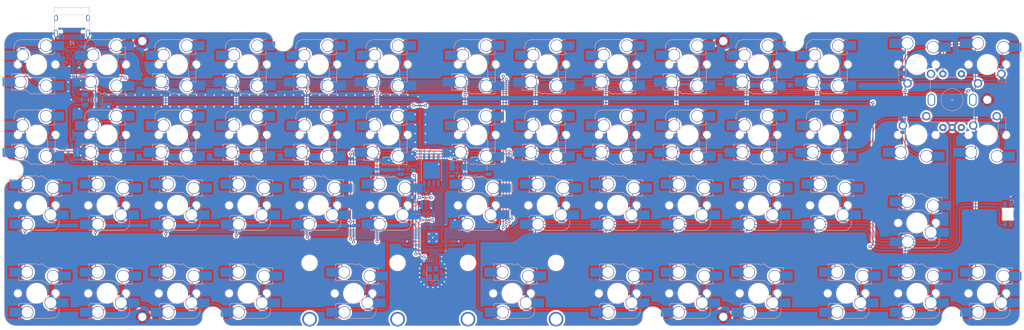
<source format=kicad_pcb>
(kicad_pcb (version 20221018) (generator pcbnew)
  (layers (0 "F.Cu" signal) (31 "B.Cu" signal) (34 "B.Paste" user) (35 "F.Paste" user) (36 "B.SilkS" user "B.Silkscreen") (37 "F.SilkS" user "F.Silkscreen") (38 "B.Mask" user) (39 "F.Mask" user) (44 "Edge.Cuts" user))
  (net 0 "")
  (net 1 "+5V")
  (net 2 "GND")
  (net 3 "+3V3")
  (net 4 "+1V1")
  (net 5 "Net-(C12-Pad2)")
  (net 6 "XIN")
  (net 7 "RGB")
  (net 8 "ROW0")
  (net 9 "Net-(D17-A)")
  (net 10 "Net-(D18-A)")
  (net 11 "Net-(D19-A)")
  (net 12 "Net-(D20-A)")
  (net 13 "Net-(D21-A)")
  (net 14 "Net-(D22-A)")
  (net 15 "Net-(D23-A)")
  (net 16 "Net-(D24-A)")
  (net 17 "Net-(D25-A)")
  (net 18 "Net-(D26-A)")
  (net 19 "Net-(D27-A)")
  (net 20 "Net-(D28-A)")
  (net 21 "ROW1")
  (net 22 "Net-(D29-A)")
  (net 23 "Net-(D30-A)")
  (net 24 "Net-(D31-A)")
  (net 25 "Net-(D32-A)")
  (net 26 "Net-(D33-A)")
  (net 27 "Net-(D34-A)")
  (net 28 "Net-(D35-A)")
  (net 29 "Net-(D36-A)")
  (net 30 "Net-(D37-A)")
  (net 31 "Net-(D38-A)")
  (net 32 "Net-(D39-A)")
  (net 33 "Net-(D40-A)")
  (net 34 "ROW2")
  (net 35 "Net-(D41-A)")
  (net 36 "Net-(D42-A)")
  (net 37 "Net-(D43-A)")
  (net 38 "Net-(D44-A)")
  (net 39 "Net-(D45-A)")
  (net 40 "Net-(D46-A)")
  (net 41 "Net-(D47-A)")
  (net 42 "Net-(D48-A)")
  (net 43 "Net-(D49-A)")
  (net 44 "Net-(D50-A)")
  (net 45 "Net-(D51-A)")
  (net 46 "Net-(D52-A)")
  (net 47 "ROW3")
  (net 48 "Net-(D53-A)")
  (net 49 "VCC")
  (net 50 "Net-(J1-CC1)")
  (net 51 "D+")
  (net 52 "D-")
  (net 54 "Net-(J1-CC2)")
  (net 56 "COL0")
  (net 57 "COL1")
  (net 58 "COL2")
  (net 59 "COL3")
  (net 60 "COL4")
  (net 61 "COL5")
  (net 62 "COL6")
  (net 63 "Net-(R3-Pad1)")
  (net 64 "QSPI_SS")
  (net 65 "Net-(SWR1-B)")
  (net 66 "RUN")
  (net 67 "Net-(U4-USB_DM)")
  (net 68 "Net-(U4-USB_DP)")
  (net 69 "XOUT")
  (net 70 "ENCB")
  (net 71 "ENCA")
  (net 72 "SWCLK")
  (net 73 "SWDIO")
  (net 76 "QSPI_D1")
  (net 77 "QSPI_D2")
  (net 78 "QSPI_D0")
  (net 79 "QSPI_CLK")
  (net 80 "QSPI_D3")
  (net 90 "Net-(D1-A)")
  (net 91 "Net-(D2-A)")
  (net 92 "Net-(D3-A)")
  (net 93 "Net-(D4-A)")
  (net 94 "Net-(D5-A)")
  (net 95 "Net-(D6-A)")
  (net 96 "Net-(D7-A)")
  (net 97 "ROW4")
  (net 98 "Net-(D8-A)")
  (net 99 "Net-(D9-A)")
  (net 100 "Net-(D10-A)")
  (net 101 "Net-(D11-A)")
  (net 102 "Net-(D12-A)")
  (net 103 "Net-(D13-A)")
  (net 104 "Net-(D14-A)")
  (net 105 "Net-(D15-A)")
  (net 106 "Net-(D16-A)")
  (net 107 "ROW5")
  (net 108 "ROW6")
  (net 109 "ROW7")
  (footprint "kiserdesigns:HS-KS-33-MX" (layer "F.Cu") (at 246.0625 58.340625 180)
    (fp_text reference "MX26")
    (fp_text value "MX-NoLED")
  )
  (footprint "kiserdesigns:HS-KS-33-MX" (layer "F.Cu") (at 107.95 77.390625)
    (fp_text reference "MX33")
    (fp_text value "MX-NoLED")
  )
  (footprint "kiserdesigns:HS-KS-33-MX" (layer "F.Cu") (at 88.9 58.340625 180)
    (fp_text reference "MX18")
    (fp_text value "MX-NoLED")
  )
  (footprint "kiserdesigns:HS-KS-33-MX" (layer "F.Cu") (at 117.475 101.203125)
    (fp_text reference "MX46")
    (fp_text value "MX-NoLED")
  )
  (footprint "kiserdesigns:HS-KS-33-MX" (layer "F.Cu") (at 269.875 101.203125)
    (fp_text reference "MX52")
    (fp_text value "MX-NoLED")
  )
  (footprint "MountingHole:MountingHole_2.2mm_M2_Pad_TopOnly" (layer "F.Cu") (at 60.325 32.940625)
    (fp_text reference "H1" hide)
    (fp_text value "MountingHole_Pad" hide)
  )
  (footprint "kiserdesigns:HS-KS-33-MX" (layer "F.Cu") (at 69.85 39.290625 180)
    (fp_text reference "MX3")
    (fp_text value "MX-NoLED")
  )
  (footprint "kiserdesigns:HS-KS-33-MX" (layer "F.Cu") (at 150.8125 77.390625)
    (fp_text reference "MX35")
    (fp_text value "MX-NoLED")
  )
  (footprint "kiserdesigns:HS-KS-33-MX" (layer "F.Cu") (at 188.9125 77.390625)
    (fp_text reference "MX37")
    (fp_text value "MX-NoLED")
  )
  (footprint "kiserdesigns:HS-KS-33-MX" (layer "F.Cu") (at 188.9125 39.290625 180)
    (fp_text reference "MX9")
    (fp_text value "MX-NoLED")
  )
  (footprint "kiserdesigns:HS-KS-33-MX" (layer "F.Cu") (at 169.8625 58.340625 180)
    (fp_text reference "MX22")
    (fp_text value "MX-NoLED")
  )
  (footprint "kiserdesigns:HS-KS-33-MX" (layer "F.Cu") (at 246.0625 77.390625)
    (fp_text reference "MX40")
    (fp_text value "MX-NoLED")
  )
  (footprint "kiserdesigns:HS-KS-33-MX" (layer "F.Cu") (at 127 77.390625)
    (fp_text reference "MX34")
    (fp_text value "MX-NoLED")
  )
  (footprint "kiserdesigns:HS-KS-33_Soldered-MX" (layer "F.Cu") (at 288.925 39.290625)
    (fp_text reference "MX14")
    (fp_text value "MX-NoLED")
  )
  (footprint "kiserdesigns:HS-KS-33-MX" (layer "F.Cu") (at 246.0625 39.290625 180)
    (fp_text reference "MX12")
    (fp_text value "MX-NoLED")
  )
  (footprint "kiserdesigns:HS-KS-33-MX" (layer "F.Cu") (at 250.825 101.203125)
    (fp_text reference "MX51")
    (fp_text value "MX-NoLED")
  )
  (footprint "kiserdesigns:HS-KS-33-MX" (layer "F.Cu") (at 69.85 101.203125)
    (fp_text reference "MX44")
    (fp_text value "MX-NoLED")
  )
  (footprint "kiserdesigns:HS-KS-33-MX" (layer "F.Cu") (at 188.9125 58.340625 180)
    (fp_text reference "MX23")
    (fp_text value "MX-NoLED")
  )
  (footprint "MountingHole:MountingHole_2.2mm_M2_Pad_TopOnly" (layer "F.Cu") (at 217.4875 32.940625)
    (fp_text reference "H2" hide)
    (fp_text value "MountingHole_Pad" hide)
  )
  (footprint "kiserdesigns:HS-KS-33-MX" (layer "F.Cu") (at 50.8 101.203125)
    (fp_text reference "MX43")
    (fp_text value "MX-NoLED")
  )
  (footprint "kiserdesigns:HS-KS-33-MX" (layer "F.Cu") (at 150.8125 58.340625 180)
    (fp_text reference "MX21")
    (fp_text value "MX-NoLED")
  )
  (footprint "kiserdesigns:HS-KS-33-MX" (layer "F.Cu") (at 107.95 39.290625 180)
    (fp_text reference "MX5")
    (fp_text value "MX-NoLED")
  )
  (footprint "kiserdesigns:HS-KS-33_Soldered-MX" (layer "F.Cu") (at 288.925 58.340625 180)
    (fp_text reference "MX28")
    (fp_text value "MX-NoLED")
  )
  (footprint "kiserdesigns:HS-KS-33-MX" (layer "F.Cu") (at 169.8625 77.390625)
    (fp_text reference "MX36")
    (fp_text value "MX-NoLED")
  )
  (footprint "kiserdesigns:HS-KS-33-MX" (layer "F.Cu") (at 188.9125 101.203125)
    (fp_text reference "MX48")
    (fp_text value "MX-NoLED")
  )
  (footprint "kiserdesigns:HS-KS-33-MX" (layer "F.Cu") (at 88.9 39.290625 180)
    (fp_text reference "MX4")
    (fp_text value "MX-NoLED")
  )
  (footprint "kiserdesigns:HS-KS-33-MX" (layer "F.Cu") (at 150.8125 39.290625 180)
    (fp_text reference "MX7")
    (fp_text value "MX-NoLED")
  )
  (footprint "kiserdesigns:HS-KS-33-MX" (layer "F.Cu") (at 127 58.340625 180)
    (fp_text reference "MX20")
    (fp_text value "MX-NoLED")
  )
  (footprint "MountingHole:MountingHole_2.2mm_M2_Pad_TopOnly" (layer "F.Cu") (at 217.4875 107.553125)
    (fp_text reference "H4" hide)
    (fp_text value "MountingHole_Pad" hide)
  )
  (footprint "kiserdesigns:HS-KS-33-MX" (layer "F.Cu") (at 88.9 101.203125)
    (fp_text reference "MX45")
    (fp_text value "MX-NoLED")
  )
  (footprint "MountingHole:MountingHole_2.2mm_M2_Pad_TopOnly" (layer "F.Cu") (at 288.925 48.815625)
    (fp_text reference "H5" hide)
    (fp_text value "MountingHole_Pad" hide)
  )
  (footprint "kiserdesigns:HS-KS-33-MX" (layer "F.Cu") (at 88.9 77.390625)
    (fp_text reference "MX32")
    (fp_text value "MX-NoLED")
  )
  (footprint "kiserdesigns:HS-KS-33-MX" (layer "F.Cu") (at 31.75 39.290625 180)
    (fp_text reference "MX1")
    (fp_text value "MX-NoLED")
  )
  (footprint "kiserdesigns:HS-KS-33-MX" (layer "F.Cu") (at 227.0125 77.390625)
    (fp_text reference "MX39")
    (fp_text value "MX-NoLED")
  )
  (footprint "kiserdesigns:HS-KS-33-MX" (layer "F.Cu") (at 50.8 39.290625 180)
    (fp_text reference "MX2")
    (fp_text value "MX-NoLED")
  )
  (footprint "kiserdesigns:HS-KS-33-MX" (layer "F.Cu") (at 31.75 58.340625 180)
    (fp_text reference "MX15")
    (fp_text value "MX-NoLED")
  )
  (footprint "kiserdesigns:HS-KS-33-MX" (layer "F.Cu") (at 207.9625 39.290625 180)
    (fp_text reference "MX10")
    (fp_text value "MX-NoLED")
  )
  (footprint "kiserdesigns:HS-KS-33-MX" (layer "F.Cu") (at 69.85 58.340625 180)
    (fp_text reference "MX17")
    (fp_text value "MX-NoLED")
  )
  (footprint "kiserdesigns:HS-KS-33-MX" (layer "F.Cu") (at 50.8 77.390625)
    (fp_text reference "MX30")
    (fp_text value "MX-NoLED")
  )
  (footprint "MountingHole:MountingHole_2.2mm_M2_Pad_TopOnly" (layer "F.Cu") (at 60.325 107.553125)
    (fp_text reference "H3" hide)
    (fp_text value "MountingHole_Pad" hide)
  )
  (footprint "kiserdesigns:HS-KS-33-MX" (layer "F.Cu") (at 207.9625 77.390625)
    (fp_text reference "MX38")
    (fp_text value "MX-NoLED")
  )
  (footprint "kiserdesigns:HS-KS-33-MX" (layer "F.Cu") (at 269.875 82.153125)
    (fp_text reference "MX41")
    (fp_text value "MX-NoLED")
  )
  (footprint "kiserdesigns:HS-KS-33-MX" (layer "F.Cu") (at 169.8625 39.290625 180)
    (fp_text reference "MX8")
    (fp_text value "MX-NoLED")
  )
  (footprint "kiserdesigns:HS-KS-33-MX" (layer "F.Cu") (at 227.0125 58.340625 180)
    (fp_text reference "MX25")
    (fp_text value "MX-NoLED")
  )
  (footprint "kiserdesigns:HS-KS-33_Soldered-MX" (layer "F.Cu") (at 269.875 58.340625 180)
    (fp_text reference "MX27")
    (fp_text value "MX-NoLED")
  )
  (footprint "kiserdesigns:HS-KS-33-MX" (layer "F.Cu") (at 31.75 77.390625)
    (fp_text reference "MX29")
    (fp_text value "MX-NoLED")
  )
  (footprint "kiserdesigns:HS-KS-33-MX" (layer "F.Cu") (at 227.0125 39.290625 180)
    (fp_text reference "MX11")
    (fp_text value "MX-NoLED")
  )
  (footprint "kiserdesigns:HS-KS-33_Soldered-MX" (layer "F.Cu") (at 269.875 39.290625)
    (fp_text reference "MX13")
    (fp_text value "MX-NoLED")
  )
  (footprint "kiserdesigns:HS-KS-33-MX" (layer "F.Cu") (at 288.925 101.203125)
    (fp_text reference "MX53")
    (fp_text value "MX-NoLED")
  )
  (footprint "kiserdesigns:HS-KS-33-MX" (layer "F.Cu") (at 69.85 77.390625)
    (fp_text reference "MX31")
    (fp_text value "MX-NoLED")
  )
  (footprint "kiserdesigns:HS-KS-33-MX" (layer "F.Cu") (at 127 39.290625 180)
    (fp_text reference "MX6")
    (fp_text value "MX-NoLED")
  )
  (footprint "kiserdesigns:HS-KS-33-MX" (layer "F.Cu") (at 207.9625 58.340625 180)
    (fp_text reference "MX24")
    (fp_text value "MX-NoLED")
  )
  (footprint "kiserdesigns:HS-KS-33-MX" (layer "F.Cu") (at 207.9625 101.203125)
    (fp_text reference "MX49")
    (fp_text value "MX-NoLED")
  )
  (footprint "kiserdesigns:HS-KS-33-MX" (layer "F.Cu") (at 107.95 58.340625 180)
    (fp_text reference "MX19")
    (fp_text value "MX-NoLED")
  )
  (footprint "kiserdesigns:HS-KS-33-MX" (layer "F.Cu") (at 160.3375 101.203125)
    (fp_text reference "MX47")
    (fp_text value "MX-NoLED")
  )
  (footprint "kiserdesigns:HS-KS-33-MX" (layer "F.Cu") (at 50.8 58.340625 180)
    (fp_text reference "MX16")
    (fp_text value "MX-NoLED")
  )
  (footprint "kiserdesigns:HS-KS-33-MX" (layer "F.Cu") (at 31.75 101.203125)
    (fp_text reference "MX42")
    (fp_text value "MX-NoLED")
  )
  (footprint "kiserdesigns:HS-KS-33-MX" (layer "F.Cu") (at 227.0125 101.203125)
    (fp_text reference "MX50")
    (fp_text value "MX-NoLED")
  )
  (footprint "Diode_SMD:D_SOD-123" (layer "B.Cu") (at 35.71875 79.771875 90)
    (fp_text reference "D29" hide)
    (fp_text value "D_Small" hide)
  )
  (footprint "Diode_SMD:D_SOD-123" (layer "B.Cu") (at 92.86875 79.771875 90)
    (fp_text reference "D32" hide)
    (fp_text value "D_Small" hide)
  )
  (footprint "Capacitor_SMD:C_0402_1005Metric" (layer "B.Cu") (at 144.4625 87.121875)
    (fp_text reference "C8" hide)
    (fp_text value "100n" hide)
  )
  (footprint "Diode_SMD:D_SOD-123" (layer "B.Cu") (at 164.30625 103.584375 90)
    (fp_text reference "D47" hide)
    (fp_text value "D_Small" hide)
  )
  (footprint "Diode_SMD:D_SOD-123" (layer "B.Cu") (at 230.98125 103.584375 90)
    (fp_text reference "D50" hide)
    (fp_text value "D_Small" hide)
  )
  (footprint "Diode_SMD:D_SOD-123" (layer "B.Cu") (at 121.44375 103.584375 90)
    (fp_text reference "D46" hide)
    (fp_text value "D_Small" hide)
  )
  (footprint "Diode_SMD:D_SOD-123" (layer "B.Cu") (at 292.89375 103.584375 90)
    (fp_text reference "D53" hide)
    (fp_text value "D_Small" hide)
  )
  (footprint "Diode_SMD:D_SOD-123" (layer "B.Cu") (at 211.93125 41.671875 90)
    (fp_text reference "D10" hide)
    (fp_text value "D_Small" hide)
  )
  (footprint "Capacitor_SMD:C_0402_1005Metric" (layer "B.Cu") (at 137.194375 73.546875)
    (fp_text reference "C3" hide)
    (fp_text value "100n" hide)
  )
  (footprint "Capacitor_SMD:C_0402_1005Metric" (layer "B.Cu") (at 138.90625 92.075 -90)
    (fp_text reference "C15" hide)
    (fp_text value "100n" hide)
  )
  (footprint "Diode_SMD:D_SOD-123" (layer "B.Cu") (at 192.88125 41.671875 90)
    (fp_text reference "D9" hide)
    (fp_text value "D_Small" hide)
  )
  (footprint "Fuse:Fuse_1206_3216Metric" (layer "B.Cu") (at 44.846875 48.815625 -90)
    (fp_text reference "F1" hide)
    (fp_text value "Fuse_Small" hide)
  )
  (footprint "Diode_SMD:D_SOD-123" (layer "B.Cu") (at 230.98125 79.771875 90)
    (fp_text reference "D39" hide)
    (fp_text value "D_Small" hide)
  )
  (footprint "PCM_marbastlib-various:SOT-23-6-routable" (layer "B.Cu") (at 48.021875 48.815625 90)
    (fp_text reference "U2" hide)
    (fp_text value "SRV05-4" hide)
  )
  (footprint "Resistor_SMD:R_0402_1005Metric" (layer "B.Cu") (at 145.653125 69.05625 -90)
    (fp_text reference "R5" hide)
    (fp_text value "1k" hide)
  )
  (footprint "Package_DFN_QFN:QFN-56-1EP_7x7mm_P0.4mm_EP3.2x3.2mm" (layer "B.Cu") (at 138.90625 86.121875 180)
    (fp_text reference "U4" hide)
    (fp_text value "RP2040TR7" hide)
  )
  (footprint "Resistor_SMD:R_0402_1005Metric" (layer "B.Cu") (at 137.696875 79.771875 90)
    (fp_text reference "R8" hide)
    (fp_text value "27" hide)
  )
  (footprint "Resistor_SMD:R_0402_1005Metric" (layer "B.Cu") (at 132.159375 67.071875 -90)
    (fp_text reference "R6" hide)
    (fp_text value "5.1k" hide)
  )
  (footprint "Diode_SMD:D_SOD-123" (layer "B.Cu") (at 292.89375 55.959375 -90)
    (fp_text reference "D28" hide)
    (fp_text value "D_Small" hide)
  )
  (footprint "Diode_SMD:D_SOD-123" (layer "B.Cu") (at 54.76875 79.771875 90)
    (fp_text reference "D30" hide)
    (fp_text value "D_Small" hide)
  )
  (footprint "Button_Switch_SMD:SW_SPST_TL3342" (layer "B.Cu") (at 150.8125 67.071875 180)
    (fp_text reference "SWR1" hide)
    (fp_text value "SW_SPST" hide)
  )
  (footprint "Diode_SMD:D_SOD-123" (layer "B.Cu") (at 265.90625 41.671875 90)
    (fp_text reference "D13" hide)
    (fp_text value "D_Small" hide)
  )
  (footprint "Diode_SMD:D_SOD-123" (layer "B.Cu") (at 211.93125 60.721875 90)
    (fp_text reference "D24" hide)
    (fp_text value "D_Small" hide)
  )
  (footprint "Diode_SMD:D_SOD-123" (layer "B.Cu") (at 73.81875 41.671875 90)
    (fp_text reference "D3" hide)
    (fp_text value "D_Small" hide)
  )
  (footprint "Capacitor_SMD:C_0402_1005Metric" (layer "B.Cu") (at 134.125 79.771875 90)
    (fp_text reference "C4" hide)
    (fp_text value "1u" hide)
  )
  (footprint "Diode_SMD:D_SOD-123" (layer "B.Cu") (at 92.86875 103.584375 90)
    (fp_text reference "D45" hide)
    (fp_text value "D_Small" hide)
  )
  (footprint "Diode_SMD:D_SOD-123" (layer "B.Cu") (at 273.84375 84.534375 90)
    (fp_text reference "D41" hide)
    (fp_text value "D_Small" hide)
  )
  (footprint "Rotary_Encoder:RotaryEncoder_Alps_EC11E-Switch_Vertical_H20mm" (layer "B.Cu") (at 279.4 48.815625 90)
    (fp_text reference "SW1" hide)
    (fp_text value "RotaryEncoder_Switch" hide)
  )
  (footprint "Diode_SMD:D_SOD-123" (layer "B.Cu") (at 292.89375 41.671875 90)
    (fp_text reference "D14" hide)
    (fp_text value "D_Small" hide)
  )
  (footprint "Diode_SMD:D_SOD-123" (layer "B.Cu") (at 254.79375 103.584375 90)
    (fp_text reference "D51" hide)
    (fp_text value "D_Small" hide)
  )
  (footprint "Resistor_SMD:R_0402_1005Metric" (layer "B.Cu") (at 136.50625 79.771875 90)
    (fp_text reference "R7" hide)
    (fp_text value "27" hide)
  )
  (footprint "Resistor_SMD:R_0402_1005Metric" (layer "B.Cu") (at 145.653125 67.071875 90)
    (fp_text reference "R4" hide)
    (fp_text value "5.1k" hide)
  )
  (footprint "Capacitor_SMD:C_0402_1005Metric" (layer "B.Cu") (at 41.275 65.0875)
    (fp_text reference "C2" hide)
    (fp_text value "1u" hide)
  )
  (footprint "Diode_SMD:D_SOD-123" (layer "B.Cu") (at 211.93125 79.771875 90)
    (fp_text reference "D38" hide)
    (fp_text value "D_Small" hide)
  )
  (footprint "Diode_SMD:D_SOD-123" (layer "B.Cu") (at 154.78125 60.721875 90)
    (fp_text reference "D21" hide)
    (fp_text value "D_Small" hide)
  )
  (footprint "Capacitor_SMD:C_0402_1005Metric" (layer "B.Cu") (at 134.30625 76.521875 180)
    (fp_text reference "C14" hide)
    (fp_text value "10u" hide)
  )
  (footprint "Diode_SMD:D_SOD-123" (layer "B.Cu") (at 192.88125 60.721875 90)
    (fp_text reference "D23" hide)
    (fp_text value "D_Small" hide)
  )
  (footprint "Diode_SMD:D_SOD-123" (layer "B.Cu") (at 92.86875 41.671875 90)
    (fp_text reference "D4" hide)
    (fp_text value "D_Small" hide)
  )
  (footprint "Diode_SMD:D_SOD-123" (layer "B.Cu") (at 250.03125 79.771875 90)
    (fp_text reference "D40" hide)
    (fp_text value "D_Small" hide)
  )
  (footprint "Diode_SMD:D_SOD-123" (layer "B.Cu") (at 173.83125 41.671875 90)
    (fp_text reference "D8" hide)
    (fp_text value "D_Small" hide)
  )
  (footprint "Button_Switch_SMD:SW_SPST_TL3342" (layer "B.Cu") (at 127 67.071875 180)
    (fp_text reference "SWR2" hide)
    (fp_text value "SW_SPST" hide)
  )
  (footprint "Diode_SMD:D_SOD-123" (layer "B.Cu") (at 230.98125 60.721875 90)
    (fp_text reference "D25" hide)
    (fp_text value "D_Small" hide)
  )
  (footprint "Diode_SMD:D_SOD-123" (layer "B.Cu") (at 154.78125 79.771875 90)
    (fp_text reference "D35" hide)
    (fp_text value "D_Small" hide)
  )
  (footprint "Diode_SMD:D_SOD-123" (layer "B.Cu") (at 27.78125 36.909375 -90)
    (fp_text reference "D1" hide)
    (fp_text value "D_Small" hide)
  )
  (footprint "Resistor_SMD:R_0402_1005Metric" (layer "B.Cu") (at 39.290625 38.89375)
    (fp_text reference "R1" hide)
    (fp_text value "5.1k" hide)
  )
  (footprint "PCM_marbastlib-mx:STAB_MX_P_2u" (layer "B.Cu") (at 160.3375 101.203125)
    (fp_text reference "S2" hide)
    (fp_text value "MX_stab" hide)
  )
  (footprint "Package_TO_SOT_SMD:SOT-23" (layer "B.Cu") (at 41.275 62.309375 90)
    (fp_text reference "U1" hide)
    (fp_text value "XC6206PxxxMR" hide)
  )
  (footprint "Connector_USB:USB_C_Receptacle_HRO_TYPE-C-31-M-12" (layer "B.Cu") (at 41.275 27.78125)
    (fp_text reference "J1")
    (fp_text value "USB_C_Receptacle_USB2.0")
  )
  (footprint "Diode_SMD:D_SOD-123" (layer "B.Cu") (at 250.03125 41.671875 90)
    (fp_text reference "D12" hide)
    (fp_text value "D_Small" hide)
  )
  (footprint "Capacitor_SMD:C_0402_1005Metric" (layer "B.Cu") (at 137.715625 92.075 -90)
    (fp_text reference "C7" hide)
    (fp_text value "100n" hide)
  )
  (footprint "Diode_SMD:D_SOD-123" (layer "B.Cu") (at 173.83125 79.771875 90)
    (fp_text reference "D36" hide)
    (fp_text value "D_Small" hide)
  )
  (footprint "Capacitor_SMD:C_0402_1005Metric" (layer "B.Cu") (at 138.90625 98.425 180)
    (fp_text reference "C12" hide)
    (fp_text value "22p" hide)
  )
  (footprint "Capacitor_SMD:C_0402_1005Metric" (layer "B.Cu") (at 41.275 59.53125)
    (fp_text reference "C1" hide)
    (fp_text value "1u" hide)
  )
  (footprint "Diode_SMD:D_SOD-123" (layer "B.Cu") (at 73.81875 60.721875 90)
    (fp_text reference "D17" hide)
    (fp_text value "D_Small" hide)
  )
  (footprint "Resistor_SMD:R_0402_1005Metric" (layer "B.Cu") (at 136.525 95.646875 90)
    (fp_text reference "R9" hide)
    (fp_text value "1k" hide)
  )
  (footprint "Diode_SMD:D_SOD-123" (layer "B.Cu") (at 111.91875 41.671875 90)
    (fp_text reference "D5" hide)
    (fp_text value "D_Small" hide)
  )
  (footprint "Diode_SMD:D_SOD-123" (layer "B.Cu") (at 154.78125 41.671875 90)
    (fp_text reference "D7" hide)
    (fp_text value "D_Small" hide)
  )
  (footprint "Capacitor_SMD:C_0402_1005Metric" (layer "B.Cu") (at 138.8875 79.771875 90)
    (fp_text reference "C6" hide)
    (fp_text value "100n" hide)
  )
  (footprint "Diode_SMD:D_SOD-123" (layer "B.Cu") (at 54.76875 36.909375 -90)
    (fp_text reference "D2" hide)
    (fp_text value "D_Small" hide)
  )
  (footprint "Diode_SMD:D_SOD-123" (layer "B.Cu") (at 173.83125 60.721875 90)
    (fp_text reference "D22" hide)
    (fp_text value "D_Small" hide)
  )
  (footprint "Diode_SMD:D_SOD-123" (layer "B.Cu") (at 273.84375 103.584375 90)
    (fp_text reference "D52" hide)
    (fp_text value "D_Small" hide)
  )
  (footprint "Diode_SMD:D_SOD-123" (layer "B.Cu") (at 35.71875 60.721875 90)
    (fp_text reference "D15" hide)
    (fp_text value "D_Small" hide)
  )
  (footprint "Diode_SMD:D_SOD-123" (layer "B.Cu") (at 111.91875 79.771875 90)
    (fp_text reference "D33" hide)
    (fp_text value "D_Small" hide)
  )
  (footprint "Capacitor_SMD:C_0402_1005Metric" (layer "B.Cu") (at 135.315625 79.771875 90)
    (fp_text reference "C5" hide)
    (fp_text value "1u" hide)
  )
  (footprint "Diode_SMD:D_SOD-123" (layer "B.Cu") (at 54.76875 60.721875 90)
    (fp_text reference "D16" hide)
    (fp_text value "D_Small" hide)
  )
  (footprint "Diode_SMD:D_SOD-123" (layer "B.Cu") (at 35.71875 103.584375 90)
    (fp_text reference "D42" hide)
    (fp_text value "D_Small" hide)
  )
  (footprint "Capacitor_SMD:C_0402_1005Metric" (layer "B.Cu") (at 144.4625 82.55)
    (fp_text reference "C10" hide)
    (fp_text value "100n" hide)
  )
  (footprint "Resistor_SMD:R_0402_1005Metric" (layer "B.Cu") (at 145.653125 65.0875 90)
    (fp_text reference "R3" hide)
    (fp_text value "5.1k" hide)
  )
  (footprint "Diode_SMD:D_SOD-123" (layer "B.Cu") (at 211.93125 103.584375 90)
    (fp_text reference "D49" hide)
    (fp_text value "D_Small" hide)
  )
  (footprint "Diode_SMD:D_SOD-123" (layer "B.Cu") (at 130.96875 41.671875 90)
    (fp_text reference "D6" hide)
    (fp_text value "D_Small" hide)
  )
  (footprint "Diode_SMD:D_SOD-123" (layer "B.Cu") (at 130.96875 60.721875 90)
    (fp_text reference "D20" hide)
    (fp_text value "D_Small" hide)
  )
  (footprint "Diode_SMD:D_SOD-123" (layer "B.Cu") (at 192.88125 79.771875 90)
    (fp_text reference "D37" hide)
    (fp_text value "D_Small" hide)
  )
  (footprint "Capacitor_SMD:C_0402_1005Metric" (layer "B.Cu") (at 133.35 87.121875 180)
    (fp_text reference "C9" hide)
    (fp_text value "100n" hide)
  )
  (footprint "Diode_SMD:D_SOD-123" (layer "B.Cu") (at 73.81875 79.771875 90)
    (fp_text reference "D31" hide)
    (fp_text value "D_Small" hide)
  )
  (footprint "Capacitor_SMD:C_0402_1005Metric" (layer "B.Cu") (at 133.35 82.55 180)
    (fp_text reference "C11" hide)
    (fp_text value "100n" hide)
  )
  (footprint "Diode_SMD:D_SOD-123" (layer "B.Cu") (at 54.76875 103.584375 90)
    (fp_text reference "D43" hide)
    (fp_text value "D_Small" hide)
  )
  (footprint "Diode_SMD:D_SOD-123" (layer "B.Cu") (at 230.98125 41.671875 90)
    (fp_text reference "D11" hide)
    (fp_text value "D_Small" hide)
  )
  (footprint "Capacitor_SMD:C_0402_1005Metric" (layer "B.Cu") (at 141.2875 95.646875 -90)
    (fp_text reference "C13" hide)
    (fp_text value "22p" hide)
  )
  (footprint "Diode_SMD:D_SOD-123" (layer "B.Cu") (at 92.86875 60.721875 90)
    (fp_text reference "D18" hide)
    (fp_text value "D_Small" hide)
  )
  (footprint "Resistor_SMD:R_0402_1005Metric" (layer "B.Cu") (at 43.259375 38.89375 180)
    (fp_text reference "R2" hide)
    (fp_text value "5.1k" hide)
  )
  (footprint "Package_SO:SOIC-8_5.23x5.23mm_P1.27mm" (layer "B.Cu") (at 138.509375 67.865625 -90)
    (fp_text reference "U3" hide)
    (fp_text value "W25Q128JVS" hide)
  )
  (footprint "Diode_SMD:D_SOD-123" (layer "B.Cu") (at 111.91875 60.721875 90)
    (fp_text reference "D19" hide)
    (fp_text value "D_Small" hide)
  )
  (footprint "Diode_SMD:D_SOD-123" (layer "B.Cu") (at 130.96875 79.771875 90)
    (fp_text reference "D34" hide)
    (fp_text value "D_Small" hide)
  )
  (footprint "PCM_marbastlib-various:LED_6028R" (layer "B.Cu") (at 294.48125 79.771875 -90)
    (fp_text reference "LED1" hide)
    (fp_text value "SK6812MINI-E" hide)
    (fp_line (start -1.699999 0.702843) (end -1.699999 -0.702841) (stroke (width 0.1)) (layer "Edge.Cuts"))
    (fp_line (start -0.794452 -1.499999) (end 0.794452 -1.499999) (stroke (width 0.1)) (layer "Edge.Cuts"))
    (fp_line (start 0.794452 1.5) (end -0.794453 1.5) (stroke (width 0.1)) (layer "Edge.Cuts"))
    (fp_line (start 1.699999 -0.702841) (end 1.699999 0.702843) (stroke (width 0.1)) (layer "Edge.Cuts"))
    (fp_arc (start -1.749484 -0.919719) (mid -1.712527 -0.814067) (end -1.699999 -0.702841) (stroke (width 0.1)) (layer "Edge.Cuts"))
    (fp_arc (start -1.749484 -0.919718) (mid -1.638072 -1.504034) (end -1.046711 -1.568298) (stroke (width 0.1)) (layer "Edge.Cuts"))
    (fp_arc (start -1.699999 0.702844) (mid -1.712527 0.814069) (end -1.749484 0.919721) (stroke (width 0.1)) (layer "Edge.Cuts"))
    (fp_arc (start -1.046711 1.568299) (mid -1.638071 1.504036) (end -1.749484 0.919721) (stroke (width 0.1)) (layer "Edge.Cuts"))
    (fp_arc (start -1.046711 1.568299) (mid -0.925123 1.517377) (end -0.794453 1.5) (stroke (width 0.1)) (layer "Edge.Cuts"))
    (fp_arc (start -0.794452 -1.499999) (mid -0.925123 -1.517376) (end -1.046711 -1.568298) (stroke (width 0.1)) (layer "Edge.Cuts"))
    (fp_arc (start 0.794453 1.500001) (mid 0.925123 1.517378) (end 1.046711 1.5683) (stroke (width 0.1)) (layer "Edge.Cuts"))
    (fp_arc (start 1.04671 -1.568298) (mid 0.925122 -1.517376) (end 0.794452 -1.499999) (stroke (width 0.1)) (layer "Edge.Cuts"))
    (fp_arc (start 1.046711 -1.568296) (mid 1.638069 -1.504034) (end 1.749484 -0.919719) (stroke (width 0.1)) (layer "Edge.Cuts"))
    (fp_arc (start 1.699999 -0.702842) (mid 1.712536 -0.814065) (end 1.749484 -0.919719) (stroke (width 0.1)) (layer "Edge.Cuts"))
    (fp_arc (start 1.749484 0.919721) (mid 1.638072 1.504036) (end 1.046711 1.5683) (stroke (width 0.1)) (layer "Edge.Cuts"))
    (fp_arc (start 1.749484 0.919721) (mid 1.71254 0.814067) (end 1.699999 0.702843) (stroke (width 0.1)) (layer "Edge.Cuts"))
  )
  (footprint "PCM_marbastlib-mx:STAB_MX_P_2u" (layer "B.Cu") (at 117.475 101.203125)
    (fp_text reference "S1" hide)
    (fp_text value "MX_stab" hide)
  )
  (footprint "Crystal:Crystal_SMD_3225-4Pin_3.2x2.5mm" (layer "B.Cu") (at 138.90625 95.646875 90)
    (fp_text reference "Y1" hide)
    (fp_text value "Crystal_GND24_Small" hide)
  )
  (footprint "Diode_SMD:D_SOD-123" (layer "B.Cu") (at 73.81875 103.584375 90)
    (fp_text reference "D44" hide)
    (fp_text value "D_Small" hide)
  )
  (footprint "Diode_SMD:D_SOD-123" (layer "B.Cu") (at 192.88125 103.584375 90)
    (fp_text reference "D48" hide)
    (fp_text value "D_Small" hide)
  )
  (footprint "Diode_SMD:D_SOD-123" (layer "B.Cu") (at 250.03125 60.721875 90)
    (fp_text reference "D26" hide)
    (fp_text value "D_Small" hide)
  )
  (footprint "Diode_SMD:D_SOD-123" (layer "B.Cu") (at 265.90625 55.959375 -90)
    (fp_text reference "D27" hide)
    (fp_text value "D_Small" hide)
  )
  (gr_arc (start 76.596875 107.553125) (mid 79.375 104.775) (end 82.153125 107.553125) (stroke (width 0.1)) (layer "Edge.Cuts"))
  (gr_line (start 36.5125 29.36875) (end 36.5125 26.590625) (stroke (width 0.1)) (layer "Edge.Cuts"))
  (gr_line (start 37.30625 25.796875) (end 45.24375 25.796875) (stroke (width 0.1)) (layer "Edge.Cuts"))
  (gr_line (start 23.01875 62.70625) (end 23.01875 33.734375) (stroke (width 0.1)) (layer "Edge.Cuts"))
  (gr_arc (start 276.621875 107.553125) (mid 275.924423 109.236923) (end 274.240625 109.934375) (stroke (width 0.1)) (layer "Edge.Cuts"))
  (gr_line (start 47.228125 30.559375) (end 93.265625 30.559375) (stroke (width 0.1)) (layer "Edge.Cuts"))
  (gr_line (start 297.65625 33.734375) (end 297.65625 106.759375) (stroke (width 0.1)) (layer "Edge.Cuts"))
  (gr_arc (start 195.659375 107.553125) (mid 194.961923 109.236923) (end 193.278125 109.934375) (stroke (width 0.1)) (layer "Edge.Cuts"))
  (gr_arc (start 76.596875 107.553125) (mid 75.899423 109.236923) (end 74.215625 109.934375) (stroke (width 0.1)) (layer "Edge.Cuts"))
  (gr_arc (start 25.4 65.0875) (mid 28.178125 67.865625) (end 25.4 70.64375) (stroke (width 0.1)) (layer "Edge.Cuts"))
  (gr_line (start 241.696875 30.559375) (end 294.48125 30.559375) (stroke (width 0.1)) (layer "Edge.Cuts"))
  (gr_arc (start 239.315625 32.940625) (mid 240.013077 31.256827) (end 241.696875 30.559375) (stroke (width 0.1)) (layer "Edge.Cuts"))
  (gr_arc (start 23.01875 33.734375) (mid 23.948686 31.489311) (end 26.19375 30.559375) (stroke (width 0.1)) (layer "Edge.Cuts"))
  (gr_arc (start 297.65625 106.759375) (mid 296.726314 109.004439) (end 294.48125 109.934375) (stroke (width 0.1)) (layer "Edge.Cuts"))
  (gr_arc (start 47.228125 30.559375) (mid 46.386226 30.210649) (end 46.0375 29.36875) (stroke (width 0.1)) (layer "Edge.Cuts"))
  (gr_line (start 274.240625 109.934375) (end 203.596875 109.934375) (stroke (width 0.1)) (layer "Edge.Cuts"))
  (gr_arc (start 26.19375 109.934375) (mid 23.948686 109.004439) (end 23.01875 106.759375) (stroke (width 0.1)) (layer "Edge.Cuts"))
  (gr_arc (start 36.5125 26.590625) (mid 36.744984 26.029359) (end 37.30625 25.796875) (stroke (width 0.1)) (layer "Edge.Cuts"))
  (gr_arc (start 45.24375 25.796875) (mid 45.805016 26.029359) (end 46.0375 26.590625) (stroke (width 0.1)) (layer "Edge.Cuts"))
  (gr_line (start 103.584375 30.559375) (end 231.378125 30.559375) (stroke (width 0.1)) (layer "Edge.Cuts"))
  (gr_line (start 74.215625 109.934375) (end 26.19375 109.934375) (stroke (width 0.1)) (layer "Edge.Cuts"))
  (gr_arc (start 276.621875 107.553125) (mid 279.4 104.775) (end 282.178125 107.553125) (stroke (width 0.1)) (layer "Edge.Cuts"))
  (gr_arc (start 93.265625 30.559375) (mid 94.949423 31.256827) (end 95.646875 32.940625) (stroke (width 0.1)) (layer "Edge.Cuts"))
  (gr_arc (start 203.596875 109.934375) (mid 201.913077 109.236923) (end 201.215625 107.553125) (stroke (width 0.1)) (layer "Edge.Cuts"))
  (gr_arc (start 284.559375 109.934375) (mid 282.875577 109.236923) (end 282.178125 107.553125) (stroke (width 0.1)) (layer "Edge.Cuts"))
  (gr_line (start 23.01875 106.759375) (end 23.01875 73.025) (stroke (width 0.1)) (layer "Edge.Cuts"))
  (gr_arc (start 25.4 65.0875) (mid 23.716202 64.390048) (end 23.01875 62.70625) (stroke (width 0.1)) (layer "Edge.Cuts"))
  (gr_line (start 84.534375 109.934375) (end 193.278125 109.934375) (stroke (width 0.1)) (layer "Edge.Cuts"))
  (gr_arc (start 231.378125 30.559375) (mid 233.061923 31.256827) (end 233.759375 32.940625) (stroke (width 0.1)) (layer "Edge.Cuts"))
  (gr_arc (start 195.659375 107.553125) (mid 198.4375 104.775) (end 201.215625 107.553125) (stroke (width 0.1)) (layer "Edge.Cuts"))
  (gr_arc (start 101.203125 32.940625) (mid 98.425 35.71875) (end 95.646875 32.940625) (stroke (width 0.1)) (layer "Edge.Cuts"))
  (gr_arc (start 23.01875 73.025) (mid 23.716202 71.341202) (end 25.4 70.64375) (stroke (width 0.1)) (layer "Edge.Cuts"))
  (gr_line (start 35.321875 30.559375) (end 26.19375 30.559375) (stroke (width 0.1)) (layer "Edge.Cuts"))
  (gr_arc (start 84.534375 109.934375) (mid 82.850577 109.236923) (end 82.153125 107.553125) (stroke (width 0.1)) (layer "Edge.Cuts"))
  (gr_arc (start 101.203125 32.940625) (mid 101.900577 31.256827) (end 103.584375 30.559375) (stroke (width 0.1)) (layer "Edge.Cuts"))
  (gr_arc (start 36.5125 29.36875) (mid 36.163774 30.210649) (end 35.321875 30.559375) (stroke (width 0.1)) (layer "Edge.Cuts"))
  (gr_line (start 284.559375 109.934375) (end 294.48125 109.934375) (stroke (width 0.1)) (layer "Edge.Cuts"))
  (gr_arc (start 239.315625 32.940625) (mid 236.5375 35.71875) (end 233.759375 32.940625) (stroke (width 0.1)) (layer "Edge.Cuts"))
  (gr_line (start 46.0375 26.590625) (end 46.0375 29.36875) (stroke (width 0.1)) (layer "Edge.Cuts"))
  (gr_arc (start 294.48125 30.559375) (mid 296.726314 31.489311) (end 297.65625 33.734375) (stroke (width 0.1)) (layer "Edge.Cuts"))
  (segment (start 257.96875 49.609375) (end 257.96875 87.709375) (width 0.25) (layer "F.Cu") (net 1))
  (segment (start 133.746875 50.403125) (end 136.921875 50.403125) (width 0.25) (layer "F.Cu") (net 1))
  (via (at 257.175 88.503125) (size 0.8) (drill 0.4) (layers "F.Cu" "B.Cu") (net 1))
  (via (at 257.96875 49.609375) (size 0.8) (drill 0.4) (layers "F.Cu" "B.Cu") (net 1))
  (via (at 133.746875 50.403125) (size 0.8) (drill 0.4) (layers "F.Cu" "B.Cu") (net 1))
  (via (at 136.921875 50.403125) (size 0.8) (drill 0.4) (layers "F.Cu" "B.Cu") (net 1))
  (arc (start 257.96875 87.709375) (mid 257.736266 88.270641) (end 257.175 88.503125) (width 0.25) (layer "F.Cu") (net 1))
  (segment (start 44.846875 50.215625) (end 42.25625 50.215625) (width 0.25) (layer "B.Cu") (net 1))
  (segment (start 281.384375 86.121875) (end 281.384375 78.978125) (width 0.25) (layer "B.Cu") (net 1))
  (segment (start 46.434375 54.76875) (end 50.8 54.76875) (width 0.25) (layer "B.Cu") (net 1))
  (segment (start 260.049423 89.69375) (end 277.8125 89.69375) (width 0.25) (layer "B.Cu") (net 1))
  (segment (start 44.846875 50.215625) (end 44.846875 53.18125) (width 0.25) (layer "B.Cu") (net 1))
  (segment (start 137.715625 49.609375) (end 257.96875 49.609375) (width 0.25) (layer "B.Cu") (net 1))
  (segment (start 40.795 51.676875) (end 40.795 59.53125) (width 0.25) (layer "B.Cu") (net 1))
  (segment (start 52.3875 53.18125) (end 52.3875 50.8) (width 0.25) (layer "B.Cu") (net 1))
  (segment (start 292.89375 82.55) (end 293.678125 82.55) (width 0.25) (layer "B.Cu") (net 1))
  (segment (start 53.578125 49.609375) (end 132.953125 49.609375) (width 0.25) (layer "B.Cu") (net 1))
  (segment (start 282.575 77.7875) (end 290.909375 77.7875) (width 0.25) (layer "B.Cu") (net 1))
  (segment (start 292.1 78.978125) (end 292.1 81.75625) (width 0.25) (layer "B.Cu") (net 1))
  (segment (start 40.795 59.53125) (end 40.795 60.124319) (width 0.25) (layer "B.Cu") (net 1))
  (arc (start 40.795 60.124319) (mid 40.816603 60.232927) (end 40.878125 60.325) (width 0.25) (layer "B.Cu") (net 1))
  (arc (start 257.175 88.503125) (mid 258.493796 89.384317) (end 260.049423 89.69375) (width 0.25) (layer "B.Cu") (net 1))
  (arc (start 40.878125 60.325) (mid 41.171855 60.764599) (end 41.275 61.283141) (width 0.25) (layer "B.Cu") (net 1))
  (arc (start 277.8125 89.69375) (mid 280.338197 88.647572) (end 281.384375 86.121875) (width 0.25) (layer "B.Cu") (net 1))
  (arc (start 281.384375 78.978125) (mid 281.733101 78.136226) (end 282.575 77.7875) (width 0.25) (layer "B.Cu") (net 1))
  (arc (start 292.1 81.75625) (mid 292.332484 82.317516) (end 292.89375 82.55) (width 0.25) (layer "B.Cu") (net 1))
  (arc (start 44.846875 53.18125) (mid 45.311843 54.303782) (end 46.434375 54.76875) (width 0.25) (layer "B.Cu") (net 1))
  (arc (start 290.909375 77.7875) (mid 291.751274 78.136226) (end 292.1 78.978125) (width 0.25) (layer "B.Cu") (net 1))
  (arc (start 136.921875 50.403125) (mid 137.154359 49.841859) (end 137.715625 49.609375) (width 0.25) (layer "B.Cu") (net 1))
  (arc (start 42.25625 50.215625) (mid 41.22299 50.643615) (end 40.795 51.676875) (width 0.25) (layer "B.Cu") (net 1))
  (arc (start 52.3875 50.8) (mid 52.736226 49.958101) (end 53.578125 49.609375) (width 0.25) (layer "B.Cu") (net 1))
  (arc (start 50.8 54.76875) (mid 51.922532 54.303782) (end 52.3875 53.18125) (width 0.25) (layer "B.Cu") (net 1))
  (arc (start 132.953125 49.609375) (mid 133.514391 49.841859) (end 133.746875 50.403125) (width 0.25) (layer "B.Cu") (net 1))
  (via (at 65.484375 47.521875) (size 0.8) (drill 0.4) (layers "F.Cu" "B.Cu") (net 2))
  (via (at 136.921875 52.784375) (size 0.8) (drill 0.4) (layers "F.Cu" "B.Cu") (net 2))
  (via (at 132.953125 81.359375) (size 0.8) (drill 0.4) (layers "F.Cu" "B.Cu") (net 2))
  (via (at 108.346875 47.521875) (size 0.8) (drill 0.4) (layers "F.Cu" "B.Cu") (net 2))
  (via (at 137.90625 87.121875) (size 0.8) (drill 0.4) (layers "F.Cu" "B.Cu") (net 2))
  (via (at 70.246875 50.696875) (size 0.8) (drill 0.4) (layers "F.Cu" "B.Cu") (net 2))
  (via (at 136.921875 60.325) (size 0.8) (drill 0.4) (layers "F.Cu" "B.Cu") (net 2))
  (via (at 89.296875 50.696875) (size 0.8) (drill 0.4) (layers "F.Cu" "B.Cu") (net 2))
  (via (at 105.965625 50.696875) (size 0.8) (drill 0.4) (layers "F.Cu" "B.Cu") (net 2))
  (via (at 72.628125 47.521875) (size 0.8) (drill 0.4) (layers "F.Cu" "B.Cu") (net 2))
  (via (at 141.2875 98.821875) (size 0.8) (drill 0.4) (layers "F.Cu" "B.Cu") (net 2))
  (via (at 98.821875 47.521875) (size 0.8) (drill 0.4) (layers "F.Cu" "B.Cu") (net 2))
  (via (at 127.396875 47.521875) (size 0.8) (drill 0.4) (layers "F.Cu" "B.Cu") (net 2))
  (via (at 40.30625 44.053125) (size 0.8) (drill 0.4) (layers "F.Cu" "B.Cu") (net 2))
  (via (at 75.009375 47.521875) (size 0.8) (drill 0.4) (layers "F.Cu" "B.Cu") (net 2))
  (via (at 140.30625 99.521875) (size 0.8) (drill 0.4) (layers "F.Cu" "B.Cu") (net 2))
  (via (at 145.90625 87.121875) (size 0.8) (drill 0.4) (layers "F.Cu" "B.Cu") (net 2))
  (via (at 101.203125 50.696875) (size 0.8) (drill 0.4) (layers "F.Cu" "B.Cu") (net 2))
  (via (at 86.915625 50.696875) (size 0.8) (drill 0.4) (layers "F.Cu" "B.Cu") (net 2))
  (via (at 65.484375 50.696875) (size 0.8) (drill 0.4) (layers "F.Cu" "B.Cu") (net 2))
  (via (at 53.578125 50.696875) (size 0.8) (drill 0.4) (layers "F.Cu" "B.Cu") (net 2))
  (via (at 113.109375 50.696875) (size 0.8) (drill 0.4) (layers "F.Cu" "B.Cu") (net 2))
  (via (at 91.678125 47.521875) (size 0.8) (drill 0.4) (layers "F.Cu" "B.Cu") (net 2))
  (via (at 134.14375 57.94375) (size 0.8) (drill 0.4) (layers "F.Cu" "B.Cu") (net 2))
  (via (at 43.259375 40.084375) (size 0.8) (drill 0.4) (layers "F.Cu" "B.Cu") (net 2))
  (via (at 142.08125 98.028125) (size 0.8) (drill 0.4) (layers "F.Cu" "B.Cu") (net 2))
  (via (at 125.015625 47.521875) (size 0.8) (drill 0.4) (layers "F.Cu" "B.Cu") (net 2))
  (via (at 98.821875 50.696875) (size 0.8) (drill 0.4) (layers "F.Cu" "B.Cu") (net 2))
  (via (at 58.340625 47.521875) (size 0.8) (drill 0.4) (layers "F.Cu" "B.Cu") (net 2))
  (via (at 103.584375 47.521875) (size 0.8) (drill 0.4) (layers "F.Cu" "B.Cu") (net 2))
  (via (at 139.90625 87.121875) (size 0.8) (drill 0.4) (layers "F.Cu" "B.Cu") (net 2))
  (via (at 63.103125 50.696875) (size 0.8) (drill 0.4) (layers "F.Cu" "B.Cu") (net 2))
  (via (at 86.915625 47.521875) (size 0.8) (drill 0.4) (layers "F.Cu" "B.Cu") (net 2))
  (via (at 94.059375 47.521875) (size 0.8) (drill 0.4) (layers "F.Cu" "B.Cu") (net 2))
  (via (at 55.959375 50.696875) (size 0.8) (drill 0.4) (layers "F.Cu" "B.Cu") (net 2))
  (via (at 55.959375 47.521875) (size 0.8) (drill 0.4) (layers "F.Cu" "B.Cu") (net 2))
  (via (at 63.103125 47.521875) (size 0.8) (drill 0.4) (layers "F.Cu" "B.Cu") (net 2))
  (via (at 134.14375 60.325) (size 0.8) (drill 0.4) (layers "F.Cu" "B.Cu") (net 2))
  (via (at 135.73125 98.028125) (size 0.8) (drill 0.4) (layers "F.Cu" "B.Cu") (net 2))
  (via (at 120.253125 47.521875) (size 0.8) (drill 0.4) (layers "F.Cu" "B.Cu") (net 2))
  (via (at 43.65625 43.65625) (size 0.8) (drill 0.4) (layers "F.Cu" "B.Cu") (net 2))
  (via (at 135.334375 95.646875) (size 0.8) (drill 0.4) (layers "F.Cu" "B.Cu") (net 2))
  (via (at 96.440625 50.696875) (size 0.8) (drill 0.4) (layers "F.Cu" "B.Cu") (net 2))
  (via (at 135.30625 78.121875) (size 0.8) (drill 0.4) (layers "F.Cu" "B.Cu") (net 2))
  (via (at 144.859375 81.359375) (size 0.8) (drill 0.4) (layers "F.Cu" "B.Cu") (net 2))
  (via (at 132.159375 50.696875) (size 0.8) (drill 0.4) (layers "F.Cu" "B.Cu") (net 2))
  (via (at 134.14375 55.5625) (size 0.8) (drill 0.4) (layers "F.Cu" "B.Cu") (net 2))
  (via (at 142.478125 96.8375) (size 0.8) (drill 0.4) (layers "F.Cu" "B.Cu") (net 2))
  (via (at 132.159375 47.521875) (size 0.8) (drill 0.4) (layers "F.Cu" "B.Cu") (net 2))
  (via (at 60.721875 47.521875) (size 0.8) (drill 0.4) (layers "F.Cu" "B.Cu") (net 2))
  (via (at 295.275 75.009375) (size 0.8) (drill 0.4) (layers "F.Cu" "B.Cu") (net 2))
  (via (at 103.584375 50.696875) (size 0.8) (drill 0.4) (layers "F.Cu" "B.Cu") (net 2))
  (via (at 110.728125 47.521875) (size 0.8) (drill 0.4) (layers "F.Cu" "B.Cu") (net 2))
  (via (at 105.965625 47.521875) (size 0.8) (drill 0.4) (layers "F.Cu" "B.Cu") (net 2))
  (via (at 115.490625 50.696875) (size 0.8) (drill 0.4) (layers "F.Cu" "B.Cu") (net 2))
  (via (at 140.49375 66.278125) (size 0.8) (drill 0.4) (layers "F.Cu" "B.Cu") (net 2))
  (via (at 135.334375 96.8375) (size 0.8) (drill 0.4) (layers "F.Cu" "B.Cu") (net 2))
  (via (at 75.009375 50.696875) (size 0.8) (drill 0.4) (layers "F.Cu" "B.Cu") (net 2))
  (via (at 53.578125 47.521875) (size 0.8) (drill 0.4) (layers "F.Cu" "B.Cu") (net 2))
  (via (at 131.90625 87.121875) (size 0.8) (drill 0.4) (layers "F.Cu" "B.Cu") (net 2))
  (via (at 120.253125 50.696875) (size 0.8) (drill 0.4) (layers "F.Cu" "B.Cu") (net 2))
  (via (at 142.478125 95.646875) (size 0.8) (drill 0.4) (layers "F.Cu" "B.Cu") (net 2))
  (via (at 41.1 48.815625) (size 0.8) (drill 0.4) (layers "F.Cu" "B.Cu") (net 2))
  (via (at 115.490625 47.521875) (size 0.8) (drill 0.4) (layers "F.Cu" "B.Cu") (net 2))
  (via (at 117.871875 47.521875) (size 0.8) (drill 0.4) (layers "F.Cu" "B.Cu") (net 2))
  (via (at 139.90625 85.121875) (size 0.8) (drill 0.4) (layers "F.Cu" "B.Cu") (net 2))
  (via (at 141.2875 91.28125) (size 0.8) (drill 0.4) (layers "F.Cu" "B.Cu") (net 2))
  (via (at 125.015625 50.696875) (size 0.8) (drill 0.4) (layers "F.Cu" "B.Cu") (net 2))
  (via (at 67.865625 50.696875) (size 0.8) (drill 0.4) (layers "F.Cu" "B.Cu") (net 2))
  (via (at 43.65625 46.0375) (size 0.8) (drill 0.4) (layers "F.Cu" "B.Cu") (net 2))
  (via (at 96.440625 47.521875) (size 0.8) (drill 0.4) (layers "F.Cu" "B.Cu") (net 2))
  (via (at 137.50625 99.521875) (size 0.8) (drill 0.4) (layers "F.Cu" "B.Cu") (net 2))
  (via (at 136.525 98.821875) (size 0.8) (drill 0.4) (layers "F.Cu" "B.Cu") (net 2))
  (via (at 60.721875 50.696875) (size 0.8) (drill 0.4) (layers "F.Cu" "B.Cu") (net 2))
  (via (at 79.771875 47.521875) (size 0.8) (drill 0.4) (layers "F.Cu" "B.Cu") (net 2))
  (via (at 108.346875 50.696875) (size 0.8) (drill 0.4) (layers "F.Cu" "B.Cu") (net 2))
  (via (at 135.334375 94.45625) (size 0.8) (drill 0.4) (layers "F.Cu" "B.Cu") (net 2))
  (via (at 122.634375 47.521875) (size 0.8) (drill 0.4) (layers "F.Cu" "B.Cu") (net 2))
  (via (at 142.478125 94.45625) (size 0.8) (drill 0.4) (layers "F.Cu" "B.Cu") (net 2))
  (via (at 136.525 92.471875) (size 0.8) (drill 0.4) (layers "F.Cu" "B.Cu") (net 2))
  (via (at 84.534375 50.696875) (size 0.8) (drill 0.4) (layers "F.Cu" "B.Cu") (net 2))
  (via (at 43.65625 61.515625) (size 0.8) (drill 0.4) (layers "F.Cu" "B.Cu") (net 2))
  (via (at 94.059375 50.696875) (size 0.8) (drill 0.4) (layers "F.Cu" "B.Cu") (net 2))
  (via (at 77.390625 47.521875) (size 0.8) (drill 0.4) (layers "F.Cu" "B.Cu") (net 2))
  (via (at 135.73125 93.265625) (size 0.8) (drill 0.4) (layers "F.Cu" "B.Cu") (net 2))
  (via (at 129.778125 47.521875) (size 0.8) (drill 0.4) (layers "F.Cu" "B.Cu") (net 2))
  (via (at 137.90625 85.121875) (size 0.8) (drill 0.4) (layers "F.Cu" "B.Cu") (net 2))
  (via (at 77.390625 50.696875) (size 0.8) (drill 0.4) (layers "F.Cu" "B.Cu") (net 2))
  (via (at 84.534375 47.521875) (size 0.8) (drill 0.4) (layers "F.Cu" "B.Cu") (net 2))
  (via (at 58.340625 50.696875) (size 0.8) (drill 0.4) (layers "F.Cu" "B.Cu") (net 2))
  (via (at 82.153125 50.696875) (size 0.8) (drill 0.4) (layers "F.Cu" "B.Cu") (net 2))
  (via (at 138.554937 74.147841) (size 0.8) (drill 0.4) (layers "F.Cu" "B.Cu") (net 2))
  (via (at 79.771875 50.696875) (size 0.8) (drill 0.4) (layers "F.Cu" "B.Cu") (net 2))
  (via (at 91.678125 50.696875) (size 0.8) (drill 0.4) (layers "F.Cu" "B.Cu") (net 2))
  (via (at 70.246875 47.521875) (size 0.8) (drill 0.4) (layers "F.Cu" "B.Cu") (net 2))
  (via (at 101.203125 47.521875) (size 0.8) (drill 0.4) (layers "F.Cu" "B.Cu") (net 2))
  (via (at 150.8125 65.171875) (size 0.8) (drill 0.4) (layers "F.Cu" "B.Cu") (net 2))
  (via (at 122.634375 50.696875) (size 0.8) (drill 0.4) (layers "F.Cu" "B.Cu") (net 2))
  (via (at 127.396875 50.696875) (size 0.8) (drill 0.4) (layers "F.Cu" "B.Cu") (net 2))
  (via (at 40.30625 46.521875) (size 0.8) (drill 0.4) (layers "F.Cu" "B.Cu") (net 2))
  (via (at 117.871875 50.696875) (size 0.8) (drill 0.4) (layers "F.Cu" "B.Cu") (net 2))
  (via (at 51.196875 47.521875) (size 0.8) (drill 0.4) (layers "F.Cu" "B.Cu") (net 2))
  (via (at 82.153125 47.521875) (size 0.8) (drill 0.4) (layers "F.Cu" "B.Cu") (net 2))
  (via (at 138.90625 99.615625) (size 0.8) (drill 0.4) (layers "F.Cu" "B.Cu") (net 2))
  (via (at 138.50625 78.121875) (size 0.8) (drill 0.4) (layers "F.Cu" "B.Cu") (net 2))
  (via (at 141.2875 92.471875) (size 0.8) (drill 0.4) (layers "F.Cu" "B.Cu") (net 2))
  (via (at 129.778125 50.696875) (size 0.8) (drill 0.4) (layers "F.Cu" "B.Cu") (net 2))
  (via (at 136.921875 55.5625) (size 0.8) (drill 0.4) (layers "F.Cu" "B.Cu") (net 2))
  (via (at 113.109375 47.521875) (size 0.8) (drill 0.4) (layers "F.Cu" "B.Cu") (net 2))
  (via (at 138.90625 86.121875) (size 0.8) (drill 0.4) (layers "F.Cu" "B.Cu") (net 2))
  (via (at 72.628125 50.696875) (size 0.8) (drill 0.4) (layers "F.Cu" "B.Cu") (net 2))
  (via (at 89.296875 47.521875) (size 0.8) (drill 0.4) (layers "F.Cu" "B.Cu") (net 2))
  (via (at 43.30625 51.321875) (size 0.8) (drill 0.4) (layers "F.Cu" "B.Cu") (net 2))
  (via (at 134.9375 47.91875) (size 0.8) (drill 0.4) (layers "F.Cu" "B.Cu") (net 2))
  (via (at 67.865625 47.521875) (size 0.8) (drill 0.4) (layers "F.Cu" "B.Cu") (net 2))
  (via (at 110.728125 50.696875) (size 0.8) (drill 0.4) (layers "F.Cu" "B.Cu") (net 2))
  (via (at 136.921875 57.94375) (size 0.8) (drill 0.4) (layers "F.Cu" "B.Cu") (net 2))
  (via (at 40.564196 39.807311) (size 0.8) (drill 0.4) (layers "F.Cu" "B.Cu") (net 2))
  (via (at 133.30625 75.321875) (size 0.8) (drill 0.4) (layers "F.Cu" "B.Cu") (net 2))
  (via (at 142.08125 93.265625) (size 0.8) (drill 0.4) (layers "F.Cu" "B.Cu") (net 2))
  (via (at 134.14375 52.784375) (size 0.8) (drill 0.4) (layers "F.Cu" "B.Cu") (net 2))
  (via (at 127 65.171875) (size 0.8) (drill 0.4) (layers "F.Cu" "B.Cu") (net 2))
  (via (at 51.196875 50.696875) (size 0.8) (drill 0.4) (layers "F.Cu" "B.Cu") (net 2))
  (via (at 43.65625 63.896875) (size 0.8) (drill 0.4) (layers "F.Cu" "B.Cu") (net 2))
  (segment (start 42.225 63.246875) (end 42.225 61.515625) (width 0.25) (layer "B.Cu") (net 2))
  (segment (start 135.315625 79.291875) (end 134.70625 79.291875) (width 0.2) (layer "B.Cu") (net 2))
  (segment (start 139.303125 99.615625) (end 137.715625 99.615625) (width 0.2) (layer "B.Cu") (net 2))
  (segment (start 140.70625 91.521875) (end 141.046875 91.521875) (width 0.2) (layer "B.Cu") (net 2))
  (segment (start 48.90625 51.121875) (end 50.771875 51.121875) (width 0.25) (layer "B.Cu") (net 2))
  (segment (start 133.82625 76.521875) (end 133.82625 75.841875) (width 0.2) (layer "B.Cu") (net 2))
  (segment (start 139.38625 98.425) (end 139.932484 98.425) (width 0.2) (layer "B.Cu") (net 2))
  (segment (start 139.90625 89.559375) (end 139.90625 89.970087) (width 0.2) (layer "B.Cu") (net 2))
  (segment (start 135.334375 94.45625) (end 135.73125 94.059375) (width 0.2) (layer "B.Cu") (net 2))
  (segment (start 140.70625 91.521875) (end 140.70625 93.039033) (width 0.2) (layer "B.Cu") (net 2))
  (segment (start 123.85 65.171875) (end 130.15 65.171875) (width 0.2) (layer "B.Cu") (net 2))
  (segment (start 140.414375 66.278125) (end 140.49375 66.278125) (width 0.2) (layer "B.Cu") (net 2))
  (segment (start 133.22625 75.921875) (end 132.90625 75.921875) (width 0.2) (layer "B.Cu") (net 2))
  (segment (start 139.38625 98.425) (end 139.38625 97.116875) (width 0.2) (layer "B.Cu") (net 2))
  (segment (start 142.478125 96.8375) (end 142.08125 98.028125) (width 0.2) (layer "B.Cu") (net 2))
  (segment (start 138.50625 78.121875) (end 138.70625 78.121875) (width 0.2) (layer "B.Cu") (net 2))
  (segment (start 140.49375 99.615625) (end 139.303125 99.615625) (width 0.2) (layer "B.Cu") (net 2))
  (segment (start 135.334375 96.8375) (end 135.334375 95.646875) (width 0.2) (layer "B.Cu") (net 2))
  (segment (start 132.87 82.55) (end 132.87 81.560056) (width 0.2) (layer "B.Cu") (net 2))
  (segment (start 144.9425 82.55) (end 144.9425 81.560056) (width 0.2) (layer "B.Cu") (net 2))
  (segment (start 40.878125 42.672497) (end 40.878125 40.474474) (width 0.2) (layer "B.Cu") (net 2))
  (segment (start 140.90625 93.521875) (end 141.364829 93.980454) (width 0.2) (layer "B.Cu") (net 2))
  (segment (start 135.315625 79.291875) (end 135.315625 78.13125) (width 0.2) (layer "B.Cu") (net 2))
  (segment (start 40.314064 39.910413) (end 39.171632 39.910413) (width 0.2) (layer "B.Cu") (net 2))
  (segment (start 38.802431 39.541212) (end 38.802431 38.915556) (width 0.2) (layer "B.Cu") (net 2))
  (segment (start 141.2875 96.126875) (end 140.37625 96.126875) (width 0.2) (layer "B.Cu") (net 2))
  (segment (start 43.65625 59.53125) (end 43.65625 61.515625) (width 0.25) (layer "B.Cu") (net 2))
  (segment (start 141.2875 96.126875) (end 141.2875 97.069984) (width 0.2) (layer "B.Cu") (net 2))
  (segment (start 139.860106 96.997607) (end 140.890625 98.028125) (width 0.25) (layer "B.Cu") (net 2))
  (segment (start 137.235625 92.555) (end 137.715625 92.555) (width 0.2) (layer "B.Cu") (net 2))
  (segment (start 38.025 36.58875) (end 36.955 36.58875) (width 0.2) (layer "B.Cu") (net 2))
  (segment (start 142.08125 98.028125) (end 142.08125 97.63125) (width 0.2) (layer "B.Cu") (net 2))
  (segment (start 43.65625 63.246875) (end 43.65625 63.896875) (width 0.25) (layer "B.Cu") (net 2))
  (segment (start 135.334375 95.646875) (end 135.334375 94.45625) (width 0.2) (layer "B.Cu") (net 2))
  (segment (start 140.49375 99.21875) (end 140.49375 99.615625) (width 0.2) (layer "B.Cu") (net 2))
  (segment (start 135.73125 97.63125) (end 135.73125 98.028125) (width 0.2) (layer "B.Cu") (net 2))
  (segment (start 139.38625 98.425) (end 139.38625 97.640134) (width 0.2) (layer "B.Cu") (net 2))
  (segment (start 138.8875 79.291875) (end 138.8875 78.503125) (width 0.2) (layer "B.Cu") (net 2))
  (segment (start 43.65625 65.0875) (end 43.65625 63.896875) (width 0.25) (layer "B.Cu") (net 2))
  (segment (start 295.23125 77.046875) (end 295.23125 75.053125) (width 0.25) (layer "B.Cu") (net 2))
  (segment (start 42.225 61.515625) (end 43.65625 61.515625) (width 0.25) (layer "B.Cu") (net 2))
  (segment (start 40.564196 39.958745) (end 40.564196 39.807311) (width 0.2) (layer "B.Cu") (net 2))
  (segment (start 142.478125 94.45625) (end 142.121875 94.45625) (width 0.2) (layer "B.Cu") (net 2))
  (segment (start 142.478125 93.6625) (end 142.478125 94.45625) (width 0.2) (layer "B.Cu") (net 2))
  (segment (start 44.525 36.58875) (end 45.595 36.58875) (width 0.2) (layer "B.Cu") (net 2))
  (segment (start 41.755 59.53125) (end 43.65625 59.53125) (width 0.25) (layer "B.Cu") (net 2))
  (segment (start 137.715625 92.555) (end 136.38622 92.555) (width 0.2) (layer "B.Cu") (net 2))
  (segment (start 42.225 63.246875) (end 43.65625 63.246875) (width 0.25) (layer "B.Cu") (net 2))
  (segment (start 144.9425 87.121875) (end 145.90625 87.121875) (width 0.2) (layer "B.Cu") (net 2))
  (segment (start 142.478125 94.45625) (end 142.478125 95.646875) (width 0.2) (layer "B.Cu") (net 2))
  (segment (start 140.414375 64.265625) (end 140.414375 66.278125) (width 0.2) (layer "B.Cu") (net 2))
  (segment (start 42.225 63.91653) (end 42.225 63.246875) (width 0.25) (layer "B.Cu") (net 2))
  (segment (start 135.73125 98.028125) (end 135.73125 97.234375) (width 0.2) (layer "B.Cu") (net 2))
  (segment (start 134.70625 79.291875) (end 134.125 79.291875) (width 0.2) (layer "B.Cu") (net 2))
  (segment (start 141.2875 91.28125) (end 141.2875 92.471875) (width 0.2) (layer "B.Cu") (net 2))
  (segment (start 137.715625 99.615625) (end 137.31875 99.21875) (width 0.2) (layer "B.Cu") (net 2))
  (segment (start 43.769375 38.89375) (end 43.769375 39.574375) (width 0.2) (layer "B.Cu") (net 2))
  (segment (start 142.478125 95.646875) (end 142.478125 96.8375) (width 0.2) (layer "B.Cu") (net 2))
  (segment (start 147.6625 65.171875) (end 153.9625 65.171875) (width 0.2) (layer "B.Cu") (net 2))
  (segment (start 138.275341 74.147841) (end 138.554937 74.147841) (width 0.2) (layer "B.Cu") (net 2))
  (segment (start 138.233027 94.973651) (end 139.579473 96.320098) (width 0.2) (layer "B.Cu") (net 2))
  (segment (start 132.87 87.121875) (end 131.90625 87.121875) (width 0.2) (layer "B.Cu") (net 2))
  (segment (start 140.072792 90.372154) (end 140.341196 90.640558) (width 0.2) (layer "B.Cu") (net 2))
  (segment (start 138.90625 92.555) (end 137.715625 92.555) (width 0.2) (layer "B.Cu") (net 2))
  (segment (start 41.755 65.0875) (end 43.65625 65.0875) (width 0.25) (layer "B.Cu") (net 2))
  (arc (start 140.37625 96.126875) (mid 139.937844 96.308469) (end 139.75625 96.746875) (width 0.2) (layer "B.Cu") (net 2))
  (arc (start 295.23125 75.053125) (mid 295.244064 75.022189) (end 295.275 75.009375) (width 0.25) (layer "B.Cu") (net 2))
  (arc (start 136.38622 92.555) (mid 136.342941 92.546391) (end 136.30625 92.521875) (width 0.2) (layer "B.Cu") (net 2))
  (arc (start 141.364829 93.980454) (mid 141.521474 94.085121) (end 141.70625 94.121875) (width 0.2) (layer "B.Cu") (net 2))
  (arc (start 41.755 65.051209) (mid 41.836541 64.641275) (end 42.06875 64.29375) (width 0.25) (layer "B.Cu") (net 2))
  (arc (start 141.046875 91.521875) (mid 141.217023 91.451398) (end 141.2875 91.28125) (width 0.2) (layer "B.Cu") (net 2))
  (arc (start 40.30625 44.053125) (mid 40.729499 43.419688) (end 40.878125 42.672497) (width 0.2) (layer "B.Cu") (net 2))
  (arc (start 144.9425 81.560056) (mid 144.920897 81.451448) (end 144.859375 81.359375) (width 0.2) (layer "B.Cu") (net 2))
  (arc (start 137.31875 99.21875) (mid 136.196218 98.753782) (end 135.73125 97.63125) (width 0.2) (layer "B.Cu") (net 2))
  (arc (start 141.2875 92.471875) (mid 141.848766 92.704359) (end 142.08125 93.265625) (width 0.2) (layer "B.Cu") (net 2))
  (arc (start 38.780625 38.89375) (mid 38.221381 38.056782) (end 38.025 37.06951) (width 0.2) (layer "B.Cu") (net 2))
  (arc (start 140.70625 93.039033) (mid 140.758228 93.300345) (end 140.90625 93.521875) (width 0.2) (layer "B.Cu") (net 2))
  (arc (start 139.932484 98.425) (mid 140.451026 98.321856) (end 140.890625 98.028125) (width 0.2) (layer "B.Cu") (net 2))
  (arc (start 135.73125 94.059375) (mid 136.171871 92.995621) (end 137.235625 92.555) (width 0.2) (layer "B.Cu") (net 2))
  (arc (start 139.38625 97.640134) (mid 139.48241 97.156706) (end 139.75625 96.746875) (width 0.2) (layer "B.Cu") (net 2))
  (arc (start 135.73125 97.234375) (mid 135.615008 96.953742) (end 135.334375 96.8375) (width 0.2) (layer "B.Cu") (net 2))
  (arc (start 42.06875 64.29375) (mid 42.184392 64.12068) (end 42.225 63.91653) (width 0.25) (layer "B.Cu") (net 2))
  (arc (start 142.08125 97.63125) (mid 141.616282 98.753782) (end 140.49375 99.21875) (width 0.2) (layer "B.Cu") (net 2))
  (arc (start 40.585538 39.980087) (mid 40.570447 39.973836) (end 40.564196 39.958745) (width 0.2) (layer "B.Cu") (net 2))
  (arc (start 141.70625 94.121875) (mid 141.971415 94.23171) (end 142.08125 94.496875) (width 0.2) (layer "B.Cu") (net 2))
  (arc (start 138.8875 78.503125) (mid 138.775834 78.233541) (end 138.50625 78.121875) (width 0.2) (layer "B.Cu") (net 2))
  (arc (start 50.771875 51.121875) (mid 51.072395 50.997395) (end 51.196875 50.696875) (width 0.25) (layer "B.Cu") (net 2))
  (arc (start 137.674375 73.546875) (mid 137.850394 73.971822) (end 138.275341 74.147841) (width 0.2) (layer "B.Cu") (net 2))
  (arc (start 142.121875 94.45625) (mid 142.093149 94.468149) (end 142.08125 94.496875) (width 0.2) (layer "B.Cu") (net 2))
  (arc (start 39.171632 39.910413) (mid 38.910567 39.802277) (end 38.802431 39.541212) (width 0.2) (layer "B.Cu") (net 2))
  (arc (start 132.87 81.560056) (mid 132.891603 81.451449) (end 132.953125 81.359375) (width 0.2) (layer "B.Cu") (net 2))
  (arc (start 141.2875 97.069984) (mid 141.184356 97.588526) (end 140.890625 98.028125) (width 0.2) (layer "B.Cu") (net 2))
  (arc (start 48.021875 50.2375) (mid 48.280902 50.862848) (end 48.90625 51.121875) (width 0.25) (layer "B.Cu") (net 2))
  (arc (start 133.82625 75.841875) (mid 133.673946 75.474179) (end 133.30625 75.321875) (width 0.2) (layer "B.Cu") (net 2))
  (arc (start 142.08125 93.265625) (mid 142.361883 93.381867) (end 142.478125 93.6625) (width 0.2) (layer "B.Cu") (net 2))
  (arc (start 43.769375 39.574375) (mid 43.619999 39.934999) (end 43.259375 40.084375) (width 0.2) (layer "B.Cu") (net 2))
  (arc (start 135.315625 78.13125) (mid 135.312879 78.124621) (end 135.30625 78.121875) (width 0.2) (layer "B.Cu") (net 2))
  (arc (start 140.341196 90.640558) (mid 140.611375 91.044909) (end 140.70625 91.521875) (width 0.2) (layer "B.Cu") (net 2))
  (arc (start 40.878125 40.474474) (mid 40.712915 40.075623) (end 40.314064 39.910413) (width 0.2) (layer "B.Cu") (net 2))
  (arc (start 139.90625 89.970087) (mid 139.949533 90.187684) (end 140.072792 90.372154) (width 0.2) (layer "B.Cu") (net 2))
  (segment (start 135.30625 75.321875) (end 138.50625 75.321875) (width 0.2) (layer "F.Cu") (net 3))
  (segment (start 143.66875 64.29375) (end 134.14375 64.29375) (width 0.2) (layer "F.Cu") (net 3))
  (via (at 138.50625 75.321875) (size 0.8) (drill 0.4) (layers "F.Cu" "B.Cu") (net 3))
  (via (at 134.14375 64.29375) (size 0.8) (drill 0.4) (layers "F.Cu" "B.Cu") (net 3))
  (via (at 143.66875 64.29375) (size 0.8) (drill 0.4) (layers "F.Cu" "B.Cu") (net 3))
  (via (at 135.30625 75.321875) (size 0.8) (drill 0.4) (layers "F.Cu" "B.Cu") (net 3))
  (segment (start 138.30625 82.684375) (end 138.30625 83.721875) (width 0.2) (layer "B.Cu") (net 3))
  (segment (start 40.325 63.91653) (end 40.325 63.246875) (width 0.25) (layer "B.Cu") (net 3))
  (segment (start 145.653125 64.5775) (end 143.9525 64.5775) (width 0.2) (layer "B.Cu") (net 3))
  (segment (start 143.9825 87.121875) (end 142.34375 87.121875) (width 0.2) (layer "B.Cu") (net 3))
  (segment (start 137.90625 83.721875) (end 138.30625 83.721875) (width 0.2) (layer "B.Cu") (net 3))
  (segment (start 135.46875 87.121875) (end 136.10625 87.121875) (width 0.2) (layer "B.Cu") (net 3))
  (segment (start 138.70625 83.121875) (end 138.70625 83.321875) (width 0.2) (layer "B.Cu") (net 3))
  (segment (start 136.70625 82.684375) (end 136.30625 82.684375) (width 0.2) (layer "B.Cu") (net 3))
  (segment (start 136.70625 82.684375) (end 136.70625 83.321875) (width 0.2) (layer "B.Cu") (net 3))
  (segment (start 134.818632 65.484375) (end 134.818632 64.968632) (width 0.2) (layer "B.Cu") (net 3))
  (segment (start 141.70625 87.121875) (end 142.34375 87.121875) (width 0.2) (layer "B.Cu") (net 3))
  (segment (start 134.801875 83.521875) (end 135.46875 83.521875) (width 0.2) (layer "B.Cu") (net 3))
  (segment (start 133.35 66.675) (end 132.2725 66.675) (width 0.2) (layer "B.Cu") (net 3))
  (segment (start 133.35 66.67495) (end 133.628057 66.67495) (width 0.2) (layer "B.Cu") (net 3))
  (segment (start 134.818632 74.144662) (end 134.818632 67.746757) (width 0.2) (layer "B.Cu") (net 3))
  (segment (start 136.50625 83.921875) (end 136.50625 84.121875) (width 0.2) (layer "B.Cu") (net 3))
  (segment (start 141.30625 86.721875) (end 141.30625 84.321875) (width 0.2) (layer "B.Cu") (net 3))
  (segment (start 141.30625 84.321875) (end 141.30625 84.121875) (width 0.2) (layer "B.Cu") (net 3))
  (segment (start 141.30625 88.121875) (end 141.30625 87.521875) (width 0.2) (layer "B.Cu") (net 3))
  (segment (start 138.70625 83.521875) (end 138.70625 83.121875) (width 0.2) (layer "B.Cu") (net 3))
  (segment (start 135.46875 83.521875) (end 135.90625 83.521875) (width 0.2) (layer "B.Cu") (net 3))
  (segment (start 41.58875 65.88125) (end 121.279359 65.88125) (width 0.25) (layer "B.Cu") (net 3))
  (segment (start 141.30625 83.921875) (end 141.30625 84.321875) (width 0.2) (layer "B.Cu") (net 3))
  (segment (start 138.70625 88.921875) (end 138.70625 89.559375) (width 0.2) (layer "B.Cu") (net 3))
  (segment (start 135.46875 87.121875) (end 133.83 87.121875) (width 0.2) (layer "B.Cu") (net 3))
  (segment (start 138.70625 82.684375) (end 138.70625 83.721875) (width 0.2) (layer "B.Cu") (net 3))
  (segment (start 135.90625 83.521875) (end 136.10625 83.521875) (width 0.2) (layer "B.Cu") (net 3))
  (segment (start 137.10625 83.721875) (end 137.90625 83.721875) (width 0.2) (layer "B.Cu") (net 3))
  (segment (start 136.50625 86.721875) (end 136.50625 84.121875) (width 0.2) (layer "B.Cu") (net 3))
  (segment (start 138.30625 82.684375) (end 138.30625 83.321875) (width 0.2) (layer "B.Cu") (net 3))
  (segment (start 136.714375 73.546875) (end 136.714375 71.575625) (width 0.2) (layer "B.Cu") (net 3))
  (segment (start 142.34375 83.521875) (end 143.010625 83.521875) (width 0.2) (layer "B.Cu") (net 3))
  (segment (start 138.70625 82.684375) (end 138.70625 83.121875) (width 0.2) (layer "B.Cu") (net 3))
  (segment (start 136.30625 83.121875) (end 136.30625 82.684375) (width 0.2) (layer "B.Cu") (net 3))
  (segment (start 136.50625 87.521875) (end 136.50625 88.121875) (width 0.2) (layer "B.Cu") (net 3))
  (segment (start 139.10625 83.721875) (end 140.90625 83.721875) (width 0.2) (layer "B.Cu") (net 3))
  (segment (start 123.195641 66.675) (end 131.886268 66.675) (width 0.25) (layer "B.Cu") (net 3))
  (segment (start 134.14375 80.521875) (end 134.14375 80.251875) (width 0.2) (layer "B.Cu") (net 3))
  (segment (start 138.30625 82.684375) (end 138.70625 82.684375) (width 0.2) (layer "B.Cu") (net 3))
  (segment (start 138.30625 83.721875) (end 138.50625 83.721875) (width 0.2) (layer "B.Cu") (net 3))
  (segment (start 139.10625 88.521875) (end 140.90625 88.521875) (width 0.2) (layer "B.Cu") (net 3))
  (segment (start 136.90625 83.721875) (end 137.10625 83.721875) (width 0.2) (layer "B.Cu") (net 3))
  (segment (start 138.70625 91.112158) (end 138.70625 89.559375) (width 0.2) (layer "B.Cu") (net 3))
  (segment (start 133.746875 66.675) (end 133.35 66.675) (width 0.2) (layer "B.Cu") (net 3))
  (segment (start 134.78625 76.841875) (end 134.78625 76.521875) (width 0.2) (layer "B.Cu") (net 3))
  (segment (start 138.50625 83.721875) (end 138.70625 83.721875) (width 0.2) (layer "B.Cu") (net 3))
  (segment (start 136.843864 73.859489) (end 138.164828 75.180453) (width 0.2) (layer "B.Cu") (net 3))
  (segment (start 136.90625 88.521875) (end 138.30625 88.521875) (width 0.2) (layer "B.Cu") (net 3))
  (segment (start 138.30625 82.684375) (end 138.30625 83.521875) (width 0.2) (layer "B.Cu") (net 3))
  (segment (start 134.125 80.251875) (end 133.83625 80.251875) (width 0.2) (layer "B.Cu") (net 3))
  (segment (start 142.34375 83.521875) (end 141.70625 83.521875) (width 0.2) (layer "B.Cu") (net 3))
  (segment (start 138.70625 83.721875) (end 139.10625 83.721875) (width 0.2) (layer "B.Cu") (net 3))
  (segment (start 134.78625 76.521875) (end 134.78625 75.841875) (width 0.2) (layer "B.Cu") (net 3))
  (segment (start 133.30625 79.721875) (end 133.30625 78.321875) (width 0.2) (layer "B.Cu") (net 3))
  (arc (start 141.30625 87.521875) (mid 141.423407 87.239032) (end 141.70625 87.121875) (width 0.2) (layer "B.Cu") (net 3))
  (arc (start 133.30625 78.321875) (mid 133.540565 77.75619) (end 134.10625 77.521875) (width 0.2) (layer "B.Cu") (net 3))
  (arc (start 138.90625 91.595) (mid 138.758228 91.373471) (end 138.70625 91.112158) (width 0.2) (layer "B.Cu") (net 3))
  (arc (start 134.10625 77.521875) (mid 134.587083 77.322708) (end 134.78625 76.841875) (width 0.2) (layer "B.Cu") (net 3))
  (arc (start 143.9525 64.5775) (mid 143.751858 64.494392) (end 143.66875 64.29375) (width 0.2) (layer "B.Cu") (net 3))
  (arc (start 140.90625 88.521875) (mid 141.189093 88.404718) (end 141.30625 88.121875) (width 0.2) (layer "B.Cu") (net 3))
  (arc (start 134.818632 64.968632) (mid 134.620964 64.491418) (end 134.14375 64.29375) (width 0.2) (layer "B.Cu") (net 3))
  (arc (start 138.164828 75.180453) (mid 138.321473 75.28512) (end 138.50625 75.321875) (width 0.2) (layer "B.Cu") (net 3))
  (arc (start 138.50625 83.721875) (mid 138.647671 83.663296) (end 138.70625 83.521875) (width 0.2) (layer "B.Cu") (net 3))
  (arc (start 143.010625 83.521875) (mid 143.697844 83.237219) (end 143.9825 82.55) (width 0.2) (layer "B.Cu") (net 3))
  (arc (start 136.10625 87.121875) (mid 136.389093 87.239032) (end 136.50625 87.521875) (width 0.2) (layer "B.Cu") (net 3))
  (arc (start 135.90625 83.521875) (mid 136.189093 83.404718) (end 136.30625 83.121875) (width 0.2) (layer "B.Cu") (net 3))
  (arc (start 134.818632 67.746757) (mid 134.504722 66.98891) (end 133.746875 66.675) (width 0.2) (layer "B.Cu") (net 3))
  (arc (start 136.70625 83.321875) (mid 136.823407 83.604718) (end 137.10625 83.721875) (width 0.2) (layer "B.Cu") (net 3))
  (arc (start 138.30625 88.521875) (mid 138.589093 88.639032) (end 138.70625 88.921875) (width 0.2) (layer "B.Cu") (net 3))
  (arc (start 136.50625 88.121875) (mid 136.623407 88.404718) (end 136.90625 88.521875) (width 0.2) (layer "B.Cu") (net 3))
  (arc (start 138.30625 83.321875) (mid 138.189093 83.604718) (end 137.90625 83.721875) (width 0.2) (layer "B.Cu") (net 3))
  (arc (start 140.90625 83.721875) (mid 141.189093 83.839032) (end 141.30625 84.121875) (width 0.2) (layer "B.Cu") (net 3))
  (arc (start 40.795 65.0875) (mid 41.027484 65.648766) (end 41.58875 65.88125) (width 0.25) (layer "B.Cu") (net 3))
  (arc (start 141.70625 87.121875) (mid 141.423407 87.004718) (end 141.30625 86.721875) (width 0.2) (layer "B.Cu") (net 3))
  (arc (start 136.50625 84.121875) (mid 136.623407 83.839032) (end 136.90625 83.721875) (width 0.2) (layer "B.Cu") (net 3))
  (arc (start 121.279359 65.88125) (mid 121.797901 65.984394) (end 122.2375 66.278125) (width 0.25) (layer "B.Cu") (net 3))
  (arc (start 138.70625 88.921875) (mid 138.823407 88.639032) (end 139.10625 88.521875) (width 0.2) (layer "B.Cu") (net 3))
  (arc (start 122.2375 66.278125) (mid 122.677098 66.571856) (end 123.195641 66.675) (width 0.25) (layer "B.Cu") (net 3))
  (arc (start 138.70625 83.321875) (mid 138.823407 83.604718) (end 139.10625 83.721875) (width 0.2) (layer "B.Cu") (net 3))
  (arc (start 136.10625 83.521875) (mid 136.389093 83.639032) (end 136.50625 83.921875) (width 0.2) (layer "B.Cu") (net 3))
  (arc (start 133.628057 66.67495) (mid 134.469921 66.326239) (end 134.818632 65.484375) (width 0.2) (layer "B.Cu") (net 3))
  (arc (start 141.70625 83.521875) (mid 141.423407 83.639032) (end 141.30625 83.921875) (width 0.2) (layer "B.Cu") (net 3))
  (arc (start 136.10625 87.121875) (mid 136.389093 87.004718) (end 136.50625 86.721875) (width 0.2) (layer "B.Cu") (net 3))
  (arc (start 131.886268 66.675) (mid 132.034073 66.6456) (end 132.159375 66.561875) (width 0.25) (layer "B.Cu") (net 3))
  (arc (start 138.30625 83.521875) (mid 138.364829 83.663296) (end 138.50625 83.721875) (width 0.2) (layer "B.Cu") (net 3))
  (arc (start 135.30625 75.321875) (mid 134.94536 74.781765) (end 134.818632 74.144662) (width 0.2) (layer "B.Cu") (net 3))
  (arc (start 134.78625 75.841875) (mid 134.938554 75.474179) (end 135.30625 75.321875) (width 0.2) (layer "B.Cu") (net 3))
  (arc (start 133.83625 80.251875) (mid 133.461483 80.096642) (end 133.30625 79.721875) (width 0.2) (layer "B.Cu") (net 3))
  (arc (start 40.48125 64.29375) (mid 40.365608 64.12068) (end 40.325 63.91653) (width 0.25) (layer "B.Cu") (net 3))
  (arc (start 136.30625 82.684375) (mid 134.777132 82.050993) (end 134.14375 80.521875) (width 0.2) (layer "B.Cu") (net 3))
  (arc (start 136.714375 73.546875) (mid 136.748028 73.71606) (end 136.843864 73.859489) (width 0.2) (layer "B.Cu") (net 3))
  (arc (start 133.83 82.55) (mid 134.114656 83.237219) (end 134.801875 83.521875) (width 0.2) (layer "B.Cu") (net 3))
  (arc (start 40.795 65.051209) (mid 40.71346 64.641275) (end 40.48125 64.29375) (width 0.25) (layer "B.Cu") (net 3))
  (segment (start 135.10625 89.921875) (end 135.10625 82.121875) (width 0.2) (layer "F.Cu") (net 4))
  (segment (start 135.90625 81.321875) (end 138.70625 81.321875) (width 0.2) (layer "F.Cu") (net 4))
  (via (at 136.50625 91.321875) (size 0.8) (drill 0.4) (layers "F.Cu" "B.Cu") (net 4))
  (via (at 138.70625 81.321875) (size 0.8) (drill 0.4) (layers "F.Cu" "B.Cu") (net 4))
  (via (at 135.90625 81.321875) (size 0.8) (drill 0.4) (layers "F.Cu" "B.Cu") (net 4))
  (arc (start 136.50625 91.321875) (mid 135.516301 90.911824) (end 135.10625 89.921875) (width 0.2) (layer "F.Cu") (net 4))
  (arc (start 135.10625 82.121875) (mid 135.340565 81.55619) (end 135.90625 81.321875) (width 0.2) (layer "F.Cu") (net 4))
  (segment (start 139.10625 82.684375) (end 139.10625 81.721875) (width 0.2) (layer "B.Cu") (net 4))
  (segment (start 137.10625 82.684375) (end 137.10625 81.921875) (width 0.2) (layer "B.Cu") (net 4))
  (segment (start 138.30625 89.559375) (end 138.30625 91.004375) (width 0.2) (layer "B.Cu") (net 4))
  (segment (start 136.50625 81.321875) (end 135.90625 81.321875) (width 0.2) (layer "B.Cu") (net 4))
  (segment (start 135.334375 80.251875) (end 135.334375 80.75) (width 0.2) (layer "B.Cu") (net 4))
  (segment (start 137.715625 91.595) (end 136.779375 91.595) (width 0.2) (layer "B.Cu") (net 4))
  (segment (start 138.90625 81.121875) (end 138.90625 80.251875) (width 0.2) (layer "B.Cu") (net 4))
  (arc (start 135.334375 80.75) (mid 135.501873 81.154377) (end 135.90625 81.321875) (width 0.2) (layer "B.Cu") (net 4))
  (arc (start 136.779375 91.595) (mid 136.586246 91.515004) (end 136.50625 91.321875) (width 0.2) (layer "B.Cu") (net 4))
  (arc (start 137.10625 81.921875) (mid 136.930514 81.497611) (end 136.50625 81.321875) (width 0.2) (layer "B.Cu") (net 4))
  (arc (start 138.70625 81.321875) (mid 138.847671 81.263296) (end 138.90625 81.121875) (width 0.2) (layer "B.Cu") (net 4))
  (arc (start 138.30625 91.004375) (mid 138.13326 91.42201) (end 137.715625 91.595) (width 0.2) (layer "B.Cu") (net 4))
  (arc (start 139.10625 81.721875) (mid 138.989093 81.439032) (end 138.70625 81.321875) (width 0.2) (layer "B.Cu") (net 4))
  (segment (start 138.42625 98.425) (end 138.42625 97.116875) (width 0.2) (layer "B.Cu") (net 5))
  (segment (start 136.525 96.156875) (end 137.46625 96.156875) (width 0.2) (layer "B.Cu") (net 5))
  (arc (start 137.46625 96.156875) (mid 137.883443 96.329682) (end 138.05625 96.746875) (width 0.2) (layer "B.Cu") (net 5))
  (segment (start 141.2875 95.166875) (end 140.37625 95.166875) (width 0.2) (layer "B.Cu") (net 6))
  (segment (start 140.10625 94.196875) (end 140.10625 91.68756) (width 0.2) (layer "B.Cu") (net 6))
  (segment (start 139.50625 90.239033) (end 139.50625 89.559375) (width 0.2) (layer "B.Cu") (net 6))
  (arc (start 139.70625 90.721875) (mid 139.558228 90.500346) (end 139.50625 90.239033) (width 0.2) (layer "B.Cu") (net 6))
  (arc (start 140.10625 91.68756) (mid 140.002294 91.164935) (end 139.70625 90.721875) (width 0.2) (layer "B.Cu") (net 6))
  (arc (start 140.37625 95.166875) (mid 139.937844 94.985281) (end 139.75625 94.546875) (width 0.2) (layer "B.Cu") (net 6))
  (segment (start 142.34375 87.921875) (end 146.300994 87.921875) (width 0.2) (layer "B.Cu") (net 7))
  (segment (start 147.500994 86.721875) (end 159.325245 86.721875) (width 0.2) (layer "B.Cu") (net 7))
  (segment (start 280.590625 86.121875) (end 280.590625 78.978125) (width 0.2) (layer "B.Cu") (net 7))
  (segment (start 282.575 76.99375) (end 293.678125 76.99375) (width 0.2) (layer "B.Cu") (net 7))
  (segment (start 165.564477 84.1375) (end 255.5875 84.1375) (width 0.2) (layer "B.Cu") (net 7))
  (segment (start 260.35 88.9) (end 277.8125 88.9) (width 0.2) (layer "B.Cu") (net 7))
  (arc (start 161.740105 85.721607) (mid 163.494742 84.549196) (end 165.564477 84.1375) (width 0.2) (layer "B.Cu") (net 7))
  (arc (start 159.325245 86.721875) (mid 160.632157 86.461914) (end 161.740105 85.721607) (width 0.2) (layer "B.Cu") (net 7))
  (arc (start 256.778125 85.328125) (mid 257.824303 87.853822) (end 260.35 88.9) (width 0.2) (layer "B.Cu") (net 7))
  (arc (start 277.8125 88.9) (mid 279.776931 88.086306) (end 280.590625 86.121875) (width 0.2) (layer "B.Cu") (net 7))
  (arc (start 255.5875 84.1375) (mid 256.429399 84.486226) (end 256.778125 85.328125) (width 0.2) (layer "B.Cu") (net 7))
  (arc (start 146.701124 87.521745) (mid 146.9354 86.956151) (end 147.500994 86.721875) (width 0.2) (layer "B.Cu") (net 7))
  (arc (start 280.590625 78.978125) (mid 281.171835 77.57496) (end 282.575 76.99375) (width 0.2) (layer "B.Cu") (net 7))
  (arc (start 146.300994 87.921875) (mid 146.583929 87.80468) (end 146.701124 87.521745) (width 0.2) (layer "B.Cu") (net 7))
  (segment (start 157.95625 42.465625) (end 157.95625 83.323684) (width 0.2) (layer "F.Cu") (net 8))
  (via (at 157.95625 42.465625) (size 0.8) (drill 0.4) (layers "F.Cu" "B.Cu") (net 8))
  (via (at 157.947806 83.332128) (size 0.8) (drill 0.4) (layers "F.Cu" "B.Cu") (net 8))
  (arc (start 157.95625 83.323684) (mid 157.953777 83.329655) (end 157.947806 83.332128) (width 0.2) (layer "F.Cu") (net 8))
  (segment (start 142.34375 84.321875) (end 156.958059 84.321875) (width 0.2) (layer "B.Cu") (net 8))
  (segment (start 47.625 34.925) (end 55.959375 34.925) (width 0.2) (layer "B.Cu") (net 8))
  (segment (start 27.78125 34.925) (end 34.925 34.925) (width 0.2) (layer "B.Cu") (net 8))
  (segment (start 46.0375 33.3375) (end 36.5125 33.3375) (width 0.2) (layer "B.Cu") (net 8))
  (segment (start 156.765625 43.65625) (end 64.690625 43.65625) (width 0.2) (layer "B.Cu") (net 8))
  (arc (start 35.71875 34.13125) (mid 35.486266 34.692516) (end 34.925 34.925) (width 0.2) (layer "B.Cu") (net 8))
  (arc (start 157.95625 42.465625) (mid 157.607524 43.307524) (end 156.765625 43.65625) (width 0.2) (layer "B.Cu") (net 8))
  (arc (start 64.690625 43.65625) (mid 61.603662 42.377588) (end 60.325 39.290625) (width 0.2) (layer "B.Cu") (net 8))
  (arc (start 36.5125 33.3375) (mid 35.951234 33.569984) (end 35.71875 34.13125) (width 0.2) (layer "B.Cu") (net 8))
  (arc (start 47.625 34.925) (mid 47.063734 34.692516) (end 46.83125 34.13125) (width 0.2) (layer "B.Cu") (net 8))
  (arc (start 46.83125 34.13125) (mid 46.598766 33.569984) (end 46.0375 33.3375) (width 0.2) (layer "B.Cu") (net 8))
  (arc (start 156.958059 84.321875) (mid 157.657916 84.031985) (end 157.947806 83.332128) (width 0.2) (layer "B.Cu") (net 8))
  (arc (start 60.325 39.290625) (mid 59.046338 36.203662) (end 55.959375 34.925) (width 0.2) (layer "B.Cu") (net 8))
  (segment (start 73.81875 59.071875) (end 73.81875 53.640625) (width 0.2) (layer "B.Cu") (net 9))
  (segment (start 92.86875 59.071875) (end 92.86875 53.640625) (width 0.2) (layer "B.Cu") (net 10))
  (segment (start 111.91875 59.071875) (end 111.91875 53.640625) (width 0.2) (layer "B.Cu") (net 11))
  (segment (start 130.96875 59.071875) (end 130.96875 53.640625) (width 0.2) (layer "B.Cu") (net 12))
  (segment (start 154.78125 59.071875) (end 154.78125 53.640625) (width 0.2) (layer "B.Cu") (net 13))
  (segment (start 173.83125 59.071875) (end 173.83125 53.640625) (width 0.2) (layer "B.Cu") (net 14))
  (segment (start 192.88125 59.071875) (end 192.88125 53.640625) (width 0.2) (layer "B.Cu") (net 15))
  (segment (start 211.93125 59.071875) (end 211.93125 53.640625) (width 0.2) (layer "B.Cu") (net 16))
  (segment (start 230.98125 59.071875) (end 230.98125 53.640625) (width 0.2) (layer "B.Cu") (net 17))
  (segment (start 250.03125 59.071875) (end 250.03125 53.640625) (width 0.2) (layer "B.Cu") (net 18))
  (arc (start 265.90625 57.609375) (mid 267.804564 62.192311) (end 272.3875 64.090625) (width 0.2) (layer "B.Cu") (net 19))
  (segment (start 292.89375 57.609375) (end 292.89375 60.786171) (width 0.2) (layer "B.Cu") (net 20))
  (arc (start 292.89375 60.786171) (mid 292.538023 62.574528) (end 291.525 64.090625) (width 0.2) (layer "B.Cu") (net 20))
  (segment (start 45.640625 62.70625) (end 36.909375 62.70625) (width 0.2) (layer "F.Cu") (net 21))
  (segment (start 143.66875 62.70625) (end 134.14375 62.70625) (width 0.2) (layer "F.Cu") (net 21))
  (segment (start 117.475 87.3125) (end 117.475 62.70625) (width 0.2) (layer "F.Cu") (net 21))
  (via (at 117.475 62.70625) (size 0.8) (drill 0.4) (layers "F.Cu" "B.Cu") (net 21))
  (via (at 134.14375 62.70625) (size 0.8) (drill 0.4) (layers "F.Cu" "B.Cu") (net 21))
  (via (at 143.66875 62.70625) (size 0.8) (drill 0.4) (layers "F.Cu" "B.Cu") (net 21))
  (via (at 117.475 87.3125) (size 0.8) (drill 0.4) (layers "F.Cu" "B.Cu") (net 21))
  (via (at 45.640625 62.70625) (size 0.8) (drill 0.4) (layers "F.Cu" "B.Cu") (net 21))
  (via (at 36.909375 62.70625) (size 0.8) (drill 0.4) (layers "F.Cu" "B.Cu") (net 21))
  (segment (start 117.475 62.70625) (end 134.14375 62.70625) (width 0.2) (layer "B.Cu") (net 21))
  (segment (start 45.640625 62.70625) (end 117.475 62.70625) (width 0.2) (layer "B.Cu") (net 21))
  (segment (start 35.71875 62.70625) (end 36.909375 62.70625) (width 0.2) (layer "B.Cu") (net 21))
  (segment (start 118.465625 86.321875) (end 135.46875 86.321875) (width 0.2) (layer "B.Cu") (net 21))
  (segment (start 143.66875 62.70625) (end 154.78125 62.70625) (width 0.2) (layer "B.Cu") (net 21))
  (arc (start 118.465625 86.321875) (mid 117.765147 86.612022) (end 117.475 87.3125) (width 0.2) (layer "B.Cu") (net 21))
  (segment (start 35.71875 78.121875) (end 35.71875 72.690625) (width 0.2) (layer "B.Cu") (net 22))
  (segment (start 54.76875 78.121875) (end 54.76875 72.690625) (width 0.2) (layer "B.Cu") (net 23))
  (segment (start 73.81875 78.121875) (end 73.81875 72.690625) (width 0.2) (layer "B.Cu") (net 24))
  (segment (start 92.86875 78.121875) (end 92.86875 72.690625) (width 0.2) (layer "B.Cu") (net 25))
  (segment (start 111.91875 78.121875) (end 111.91875 72.690625) (width 0.2) (layer "B.Cu") (net 26))
  (segment (start 130.96875 78.121875) (end 130.96875 72.690625) (width 0.2) (layer "B.Cu") (net 27))
  (segment (start 154.78125 78.121875) (end 154.78125 72.690625) (width 0.2) (layer "B.Cu") (net 28))
  (segment (start 173.83125 78.121875) (end 173.83125 72.690625) (width 0.2) (layer "B.Cu") (net 29))
  (segment (start 192.88125 78.121875) (end 192.88125 72.690625) (width 0.2) (layer "B.Cu") (net 30))
  (segment (start 211.93125 78.121875) (end 211.93125 72.690625) (width 0.2) (layer "B.Cu") (net 31))
  (segment (start 230.98125 78.121875) (end 230.98125 72.690625) (width 0.2) (layer "B.Cu") (net 32))
  (segment (start 250.03125 78.121875) (end 250.03125 72.690625) (width 0.2) (layer "B.Cu") (net 33))
  (segment (start 160.3375 80.9625) (end 160.3375 63.5) (width 0.2) (layer "F.Cu") (net 34))
  (segment (start 133.35 63.5) (end 144.4625 63.5) (width 0.2) (layer "F.Cu") (net 34))
  (segment (start 116.68125 63.5) (end 116.68125 86.51875) (width 0.2) (layer "F.Cu") (net 34))
  (via (at 116.68125 81.75625) (size 0.8) (drill 0.4) (layers "F.Cu" "B.Cu") (net 34))
  (via (at 116.68125 86.51875) (size 0.8) (drill 0.4) (layers "F.Cu" "B.Cu") (net 34))
  (via (at 160.3375 63.5) (size 0.8) (drill 0.4) (layers "F.Cu" "B.Cu") (net 34))
  (via (at 116.68125 63.5) (size 0.8) (drill 0.4) (layers "F.Cu" "B.Cu") (net 34))
  (via (at 133.35 63.5) (size 0.8) (drill 0.4) (layers "F.Cu" "B.Cu") (net 34))
  (via (at 144.4625 63.5) (size 0.8) (drill 0.4) (layers "F.Cu" "B.Cu") (net 34))
  (via (at 160.3375 80.9625) (size 0.8) (drill 0.4) (layers "F.Cu" "B.Cu") (net 34))
  (segment (start 154.78125 81.75625) (end 157.791859 81.75625) (width 0.2) (layer "B.Cu") (net 34))
  (segment (start 159.708141 80.9625) (end 160.3375 80.9625) (width 0.2) (layer "B.Cu") (net 34))
  (segment (start 35.71875 81.75625) (end 130.96875 81.75625) (width 0.2) (layer "B.Cu") (net 34))
  (segment (start 117.278125 85.921875) (end 135.46875 85.921875) (width 0.2) (layer "B.Cu") (net 34))
  (segment (start 133.35 63.5) (end 116.68125 63.5) (width 0.2) (layer "B.Cu") (net 34))
  (segment (start 144.4625 63.5) (end 160.3375 63.5) (width 0.2) (layer "B.Cu") (net 34))
  (arc (start 157.791859 81.75625) (mid 158.310401 81.653106) (end 158.75 81.359375) (width 0.2) (layer "B.Cu") (net 34))
  (arc (start 158.75 81.359375) (mid 159.189599 81.065645) (end 159.708141 80.9625) (width 0.2) (layer "B.Cu") (net 34))
  (arc (start 116.68125 86.51875) (mid 116.856071 86.096696) (end 117.278125 85.921875) (width 0.2) (layer "B.Cu") (net 34))
  (segment (start 273.84375 82.884375) (end 273.84375 77.453125) (width 0.2) (layer "B.Cu") (net 35))
  (segment (start 35.71875 101.934375) (end 35.71875 96.503125) (width 0.2) (layer "B.Cu") (net 36))
  (segment (start 54.76875 101.934375) (end 54.76875 96.503125) (width 0.2) (layer "B.Cu") (net 37))
  (segment (start 73.81875 101.934375) (end 73.81875 96.503125) (width 0.2) (layer "B.Cu") (net 38))
  (segment (start 92.86875 101.934375) (end 92.86875 96.503125) (width 0.2) (layer "B.Cu") (net 39))
  (segment (start 121.44375 101.934375) (end 121.44375 96.503125) (width 0.2) (layer "B.Cu") (net 40))
  (segment (start 164.30625 101.934375) (end 164.30625 96.503125) (width 0.2) (layer "B.Cu") (net 41))
  (segment (start 192.88125 101.934375) (end 192.88125 96.503125) (width 0.2) (layer "B.Cu") (net 42))
  (segment (start 211.93125 101.934375) (end 211.93125 96.503125) (width 0.2) (layer "B.Cu") (net 43))
  (segment (start 230.98125 101.934375) (end 230.98125 96.503125) (width 0.2) (layer "B.Cu") (net 44))
  (segment (start 254.79375 101.934375) (end 254.79375 96.503125) (width 0.2) (layer "B.Cu") (net 45))
  (segment (start 273.84375 101.934375) (end 273.84375 96.503125) (width 0.2) (layer "B.Cu") (net 46))
  (segment (start 127.5 87.121875) (end 130.30625 87.121875) (width 0.2) (layer "B.Cu") (net 47))
  (segment (start 64.157543 105.56875) (end 75.542455 105.56875) (width 0.2) (layer "B.Cu") (net 47))
  (segment (start 83.207543 105.56875) (end 125.4125 105.56875) (width 0.2) (layer "B.Cu") (net 47))
  (segment (start 35.71875 105.56875) (end 56.492455 105.56875) (width 0.2) (layer "B.Cu") (net 47))
  (segment (start 131.50625 88.321875) (end 135.46875 88.321875) (width 0.2) (layer "B.Cu") (net 47))
  (segment (start 126.603125 104.378125) (end 126.603125 88.01875) (width 0.2) (layer "B.Cu") (net 47))
  (arc (start 62.850677 105.02742) (mid 61.691887 104.253141) (end 60.325 103.98125) (width 0.2) (layer "B.Cu") (net 47))
  (arc (start 81.900691 105.027434) (mid 82.50028 105.428067) (end 83.207543 105.56875) (width 0.2) (layer "B.Cu") (net 47))
  (arc (start 76.849321 105.02742) (mid 78.008111 104.253141) (end 79.374998 103.98125) (width 0.2) (layer "B.Cu") (net 47))
  (arc (start 57.799321 105.02742) (mid 58.958111 104.253141) (end 60.324998 103.98125) (width 0.2) (layer "B.Cu") (net 47))
  (arc (start 75.542455 105.56875) (mid 76.249718 105.428067) (end 76.849307 105.027434) (width 0.2) (layer "B.Cu") (net 47))
  (arc (start 130.30625 87.121875) (mid 130.589093 87.239032) (end 130.70625 87.521875) (width 0.2) (layer "B.Cu") (net 47))
  (arc (start 81.900677 105.02742) (mid 80.741887 104.253141) (end 79.375 103.98125) (width 0.2) (layer "B.Cu") (net 47))
  (arc (start 62.850691 105.027434) (mid 63.45028 105.428067) (end 64.157543 105.56875) (width 0.2) (layer "B.Cu") (net 47))
  (arc (start 126.603125 88.01875) (mid 126.865814 87.384564) (end 127.5 87.121875) (width 0.2) (layer "B.Cu") (net 47))
  (arc (start 130.70625 87.521875) (mid 130.940565 88.08756) (end 131.50625 88.321875) (width 0.2) (layer "B.Cu") (net 47))
  (arc (start 56.492455 105.56875) (mid 57.199718 105.428067) (end 57.799307 105.027434) (width 0.2) (layer "B.Cu") (net 47))
  (arc (start 125.4125 105.56875) (mid 126.254399 105.220024) (end 126.603125 104.378125) (width 0.2) (layer "B.Cu") (net 47))
  (segment (start 292.89375 101.934375) (end 292.89375 96.503125) (width 0.2) (layer "B.Cu") (net 48))
  (segment (start 43.84375 47.415625) (end 44.846875 47.415625) (width 0.25) (layer "B.Cu") (net 49))
  (segment (start 43.725 36.58875) (end 43.725 37.771875) (width 0.25) (layer "B.Cu") (net 49))
  (segment (start 47.228125 46.434375) (end 47.215822 46.434375) (width 0.25) (layer "B.Cu") (net 49))
  (segment (start 42.465625 42.465625) (end 42.465625 46.0375) (width 0.25) (layer "B.Cu") (net 49))
  (segment (start 40.878125 34.528125) (end 41.664375 34.528125) (width 0.25) (layer "B.Cu") (net 49))
  (segment (start 44.45 38.496875) (end 44.45 40.48125) (width 0.25) (layer "B.Cu") (net 49))
  (arc (start 38.825 36.58125) (mid 39.426346 35.129471) (end 40.878125 34.528125) (width 0.25) (layer "B.Cu") (net 49))
  (arc (start 48.021875 47.228125) (mid 47.789391 46.666859) (end 47.228125 46.434375) (width 0.25) (layer "B.Cu") (net 49))
  (arc (start 44.053125 38.1) (mid 44.333758 38.216242) (end 44.45 38.496875) (width 0.25) (layer "B.Cu") (net 49))
  (arc (start 43.725 37.771875) (mid 43.821106 38.003894) (end 44.053125 38.1) (width 0.25) (layer "B.Cu") (net 49))
  (arc (start 43.65625 41.275) (mid 42.814351 41.623726) (end 42.465625 42.465625) (width 0.25) (layer "B.Cu") (net 49))
  (arc (start 42.465625 46.0375) (mid 42.869268 47.011982) (end 43.84375 47.415625) (width 0.25) (layer "B.Cu") (net 49))
  (arc (start 47.215822 46.434375) (mid 45.933757 46.689393) (end 44.846875 47.415625) (width 0.25) (layer "B.Cu") (net 49))
  (arc (start 41.664375 34.528125) (mid 43.121457 35.131668) (end 43.725 36.58875) (width 0.25) (layer "B.Cu") (net 49))
  (arc (start 44.45 40.48125) (mid 44.217516 41.042516) (end 43.65625 41.275) (width 0.25) (layer "B.Cu") (net 49))
  (segment (start 40.025 36.58875) (end 40.025 38.352061) (width 0.2) (layer "B.Cu") (net 50))
  (arc (start 40.025 38.352061) (mid 39.966687 38.64522) (end 39.800625 38.89375) (width 0.2) (layer "B.Cu") (net 50))
  (segment (start 136.279647 74.445821) (end 136.330975 74.49715) (width 0.2) (layer "B.Cu") (net 51))
  (segment (start 135.73125 51.121875) (end 135.73125 73.121875) (width 0.2) (layer "B.Cu") (net 51))
  (segment (start 136.740275 74.906449) (end 136.330975 74.49715) (width 0.2) (layer "B.Cu") (net 51))
  (segment (start 48.90625 48.590625) (end 133.2 48.590625) (width 0.2) (layer "B.Cu") (net 51))
  (segment (start 48.971875 48.590625) (end 48.90625 48.590625) (width 0.2) (layer "B.Cu") (net 51))
  (segment (start 41.025 36.58875) (end 41.025 35.850906) (width 0.2) (layer "B.Cu") (net 51))
  (segment (start 48.971875 47.640625) (end 48.971875 48.590625) (width 0.2) (layer "B.Cu") (net 51))
  (segment (start 42.025 35.809616) (end 42.025 36.58875) (width 0.2) (layer "B.Cu") (net 51))
  (segment (start 48.90625 48.590625) (end 43.70625 48.590625) (width 0.2) (layer "B.Cu") (net 51))
  (segment (start 137.696875 79.261875) (end 137.326563 78.891563) (width 0.2) (layer "B.Cu") (net 51))
  (segment (start 137.326563 78.891563) (end 137.326563 76.321875) (width 0.2) (layer "B.Cu") (net 51))
  (segment (start 41.896875 46.78125) (end 41.896875 37.865742) (width 0.2) (layer "B.Cu") (net 51))
  (segment (start 42.025 37.556422) (end 42.025 36.58875) (width 0.2) (layer "B.Cu") (net 51))
  (arc (start 43.70625 48.590625) (mid 42.426829 48.060671) (end 41.896875 46.78125) (width 0.2) (layer "B.Cu") (net 51))
  (arc (start 133.2 48.590625) (mid 134.989864 49.332011) (end 135.73125 51.121875) (width 0.2) (layer "B.Cu") (net 51))
  (arc (start 41.545645 35.330261) (mid 41.8846 35.470661) (end 42.025 35.809616) (width 0.2) (layer "B.Cu") (net 51))
  (arc (start 137.326563 76.321875) (mid 137.174192 75.555852) (end 136.740275 74.906449) (width 0.2) (layer "B.Cu") (net 51))
  (arc (start 41.025 35.850906) (mid 41.177493 35.482754) (end 41.545645 35.330261) (width 0.2) (layer "B.Cu") (net 51))
  (arc (start 41.947729 37.74297) (mid 42.004918 37.657381) (end 42.025 37.556422) (width 0.2) (layer "B.Cu") (net 51))
  (arc (start 135.73125 73.121875) (mid 135.873774 73.83839) (end 136.279647 74.445821) (width 0.2) (layer "B.Cu") (net 51))
  (arc (start 41.896875 37.865742) (mid 41.910092 37.799299) (end 41.947729 37.74297) (width 0.2) (layer "B.Cu") (net 51))
  (segment (start 136.876563 78.891562) (end 136.876563 76.321875) (width 0.2) (layer "B.Cu") (net 52))
  (segment (start 41.446875 46.78125) (end 41.446875 38.306882) (width 0.2) (layer "B.Cu") (net 52))
  (segment (start 40.525 36.58875) (end 40.525 37.37978) (width 0.2) (layer "B.Cu") (net 52))
  (segment (start 135.961452 74.764028) (end 136.422079 75.224655) (width 0.2) (layer "B.Cu") (net 52))
  (segment (start 48.90625 49.040625) (end 43.70625 49.040625) (width 0.2) (layer "B.Cu") (net 52))
  (segment (start 48.90625 49.040625) (end 133.2 49.040625) (width 0.2) (layer "B.Cu") (net 52))
  (segment (start 136.50625 79.261875) (end 136.876563 78.891562) (width 0.2) (layer "B.Cu") (net 52))
  (segment (start 48.971875 49.040625) (end 48.90625 49.040625) (width 0.2) (layer "B.Cu") (net 52))
  (segment (start 135.28125 51.121875) (end 135.28125 73.121875) (width 0.2) (layer "B.Cu") (net 52))
  (segment (start 41.525 37.325886) (end 41.525 36.58875) (width 0.2) (layer "B.Cu") (net 52))
  (segment (start 48.971875 49.990625) (end 48.971875 49.040625) (width 0.2) (layer "B.Cu") (net 52))
  (arc (start 43.70625 49.040625) (mid 42.108631 48.378869) (end 41.446875 46.78125) (width 0.2) (layer "B.Cu") (net 52))
  (arc (start 41.446875 38.306882) (mid 41.391918 38.030594) (end 41.235413 37.796368) (width 0.2) (layer "B.Cu") (net 52))
  (arc (start 40.998053 37.852833) (mid 41.370661 37.698494) (end 41.525 37.325886) (width 0.2) (layer "B.Cu") (net 52))
  (arc (start 133.2 49.040625) (mid 134.671666 49.650209) (end 135.28125 51.121875) (width 0.2) (layer "B.Cu") (net 52))
  (arc (start 136.876563 76.321875) (mid 136.758447 75.728064) (end 136.422079 75.224655) (width 0.2) (layer "B.Cu") (net 52))
  (arc (start 135.961452 74.764028) (mid 135.458029 74.010602) (end 135.28125 73.121875) (width 0.2) (layer "B.Cu") (net 52))
  (arc (start 40.525 37.37978) (mid 40.663554 37.714279) (end 40.998053 37.852833) (width 0.2) (layer "B.Cu") (net 52))
  (segment (start 43.025 36.58875) (end 43.025 38.228333) (width 0.2) (layer "B.Cu") (net 54))
  (arc (start 43.025 38.228333) (mid 42.953367 38.588454) (end 42.749375 38.89375) (width 0.2) (layer "B.Cu") (net 54))
  (segment (start 28.575 83.921875) (end 28.575 45.215625) (width 0.2) (layer "F.Cu") (net 56))
  (segment (start 157.1625 95.453125) (end 157.1625 94.059375) (width 0.2) (layer "F.Cu") (net 56))
  (segment (start 28.575 84.321875) (end 28.575 83.921875) (width 0.2) (layer "F.Cu") (net 56))
  (segment (start 28.575 95.453125) (end 28.575 84.321875) (width 0.2) (layer "F.Cu") (net 56))
  (segment (start 166.6875 33.734375) (end 166.6875 43.817522) (width 0.2) (layer "F.Cu") (net 56))
  (segment (start 166.6875 84.534375) (end 166.6875 43.817522) (width 0.2) (layer "F.Cu") (net 56))
  (segment (start 54.604766 42.465625) (end 28.875 42.465625) (width 0.2) (layer "F.Cu") (net 56))
  (via (at 28.575 84.321875) (size 0.8) (drill 0.4) (layers "F.Cu" "B.Cu") (net 56))
  (via (at 166.6875 43.817522) (size 0.8) (drill 0.4) (layers "F.Cu" "B.Cu") (net 56))
  (via (at 55.70625 42.921875) (size 0.8) (drill 0.4) (layers "F.Cu" "B.Cu") (net 56))
  (arc (start 157.1625 94.059375) (mid 158.557404 90.691779) (end 161.925 89.296875) (width 0.2) (layer "F.Cu") (net 56))
  (arc (start 55.70625 42.921875) (mid 55.200885 42.584201) (end 54.604766 42.465625) (width 0.2) (layer "F.Cu") (net 56))
  (arc (start 28.575 45.215625) (mid 28.216206 44.349419) (end 27.35 43.990625) (width 0.2) (layer "F.Cu") (net 56))
  (arc (start 161.925 89.296875) (mid 165.292596 87.901971) (end 166.6875 84.534375) (width 0.2) (layer "F.Cu") (net 56))
  (arc (start 28.875 42.465625) (mid 27.796662 42.912287) (end 27.35 43.990625) (width 0.2) (layer "F.Cu") (net 56))
  (segment (start 28.975 83.921875) (end 135.46875 83.921875) (width 0.2) (layer "B.Cu") (net 56))
  (segment (start 165.952727 44.121875) (end 164.90625 44.121875) (width 0.2) (layer "B.Cu") (net 56))
  (segment (start 164.90625 44.121875) (end 58.603306 44.121875) (width 0.2) (layer "B.Cu") (net 56))
  (arc (start 58.603306 44.121875) (mid 57.035431 43.810005) (end 55.70625 42.921875) (width 0.2) (layer "B.Cu") (net 56))
  (arc (start 28.975 83.921875) (mid 28.692157 84.039032) (end 28.575 84.321875) (width 0.2) (layer "B.Cu") (net 56))
  (arc (start 166.6875 43.817522) (mid 166.350384 44.042776) (end 165.952727 44.121875) (width 0.2) (layer "B.Cu") (net 56))
  (segment (start 47.625 45.215625) (end 47.625 84.721875) (width 0.2) (layer "F.Cu") (net 57))
  (segment (start 185.7375 44.45) (end 185.7375 44.371875) (width 0.2) (layer "F.Cu") (net 57))
  (segment (start 185.7375 44.371875) (end 185.7375 33.540625) (width 0.2) (layer "F.Cu") (net 57))
  (segment (start 47.625 84.721875) (end 47.625 95.453125) (width 0.2) (layer "F.Cu") (net 57))
  (segment (start 185.7375 95.453125) (end 185.7375 44.45) (width 0.2) (layer "F.Cu") (net 57))
  (via (at 47.625 84.721875) (size 0.8) (drill 0.4) (layers "F.Cu" "B.Cu") (net 57))
  (via (at 185.7375 44.371875) (size 0.8) (drill 0.4) (layers "F.Cu" "B.Cu") (net 57))
  (arc (start 47.625 45.215625) (mid 47.266206 44.349419) (end 46.4 43.990625) (width 0.2) (layer "F.Cu") (net 57))
  (segment (start 135.46875 84.321875) (end 48.025 84.321875) (width 0.2) (layer "B.Cu") (net 57))
  (segment (start 52.74577 46.619129) (end 54.060755 46.619129) (width 0.2) (layer "B.Cu") (net 57))
  (segment (start 185.7375 44.371875) (end 185.615663 44.493712) (width 0.2) (layer "B.Cu") (net 57))
  (segment (start 185.30625 44.621875) (end 58.928972 44.621875) (width 0.2) (layer "B.Cu") (net 57))
  (arc (start 48.025 84.321875) (mid 47.742157 84.439032) (end 47.625 84.721875) (width 0.2) (layer "B.Cu") (net 57))
  (arc (start 54.060755 46.619129) (mid 55.339232 46.364824) (end 56.423072 45.640625) (width 0.2) (layer "B.Cu") (net 57))
  (arc (start 185.615663 44.493712) (mid 185.473703 44.588567) (end 185.30625 44.621875) (width 0.2) (layer "B.Cu") (net 57))
  (arc (start 58.928972 44.621875) (mid 57.554575 44.895259) (end 56.389418 45.673793) (width 0.2) (layer "B.Cu") (net 57))
  (arc (start 46.4 43.990625) (mid 49.311463 45.936003) (end 52.74577 46.619129) (width 0.2) (layer "B.Cu") (net 57))
  (segment (start 66.675 45.521875) (end 66.675 33.540625) (width 0.2) (layer "F.Cu") (net 58))
  (segment (start 66.675 95.453125) (end 66.675 85.121875) (width 0.2) (layer "F.Cu") (net 58))
  (segment (start 204.7875 95.453125) (end 204.7875 33.540625) (width 0.2) (layer "F.Cu") (net 58))
  (segment (start 66.675 85.121875) (end 66.675 45.521875) (width 0.2) (layer "F.Cu") (net 58))
  (via (at 204.80625 44.821875) (size 0.8) (drill 0.4) (layers "F.Cu" "B.Cu") (net 58))
  (via (at 66.675 45.521875) (size 0.8) (drill 0.4) (layers "F.Cu" "B.Cu") (net 58))
  (via (at 66.675 85.121875) (size 0.8) (drill 0.4) (layers "F.Cu" "B.Cu") (net 58))
  (segment (start 67.640685 45.121875) (end 204.081986 45.121875) (width 0.2) (layer "B.Cu") (net 58))
  (segment (start 135.46875 84.721875) (end 67.075 84.721875) (width 0.2) (layer "B.Cu") (net 58))
  (arc (start 204.081986 45.121875) (mid 204.473955 45.043908) (end 204.80625 44.821875) (width 0.2) (layer "B.Cu") (net 58))
  (arc (start 67.075 84.721875) (mid 66.792157 84.839032) (end 66.675 85.121875) (width 0.2) (layer "B.Cu") (net 58))
  (arc (start 66.675 45.521875) (mid 67.11806 45.225831) (end 67.640685 45.121875) (width 0.2) (layer "B.Cu") (net 58))
  (segment (start 85.725 45.921875) (end 85.725 46.121875) (width 0.2) (layer "F.Cu") (net 59))
  (segment (start 85.725 45.921875) (end 85.725 33.540625) (width 0.2) (layer "F.Cu") (net 59))
  (segment (start 223.8375 45.321875) (end 223.8375 33.540625) (width 0.2) (layer "F.Cu") (net 59))
  (segment (start 223.8375 95.453125) (end 223.8375 45.321875) (width 0.2) (layer "F.Cu") (net 59))
  (segment (start 85.725 46.121875) (end 85.725 85.521875) (width 0.2) (layer "F.Cu") (net 59))
  (segment (start 85.725 85.521875) (end 85.725 95.453125) (width 0.2) (layer "F.Cu") (net 59))
  (via (at 223.8375 45.321875) (size 0.8) (drill 0.4) (layers "F.Cu" "B.Cu") (net 59))
  (via (at 85.725 85.521875) (size 0.8) (drill 0.4) (layers "F.Cu" "B.Cu") (net 59))
  (via (at 85.725 45.921875) (size 0.8) (drill 0.4) (layers "F.Cu" "B.Cu") (net 59))
  (segment (start 135.46875 85.121875) (end 86.125 85.121875) (width 0.2) (layer "B.Cu") (net 59))
  (segment (start 223.113236 45.621875) (end 86.449264 45.621875) (width 0.2) (layer "B.Cu") (net 59))
  (arc (start 86.125 85.121875) (mid 85.842157 85.239032) (end 85.725 85.521875) (width 0.2) (layer "B.Cu") (net 59))
  (arc (start 86.449264 45.621875) (mid 86.057295 45.699842) (end 85.725 45.921875) (width 0.2) (layer "B.Cu") (net 59))
  (arc (start 223.8375 45.321875) (mid 223.505205 45.543908) (end 223.113236 45.621875) (width 0.2) (layer "B.Cu") (net 59))
  (segment (start 247.65 91.678125) (end 247.65 94.878125) (width 0.2) (layer "F.Cu") (net 60))
  (segment (start 242.8875 45.807164) (end 242.8875 33.540625) (width 0.2) (layer "F.Cu") (net 60))
  (segment (start 104.775 46.449744) (end 104.775 84.534375) (width 0.2) (layer "F.Cu") (net 60))
  (segment (start 242.8875 45.807164) (end 242.8875 86.915625) (width 0.2) (layer "F.Cu") (net 60))
  (segment (start 114.3 94.059375) (end 114.3 94.878125) (width 0.2) (layer "F.Cu") (net 60))
  (segment (start 104.775 46.449744) (end 104.775 33.540625) (width 0.2) (layer "F.Cu") (net 60))
  (via (at 104.775 46.449744) (size 0.8) (drill 0.4) (layers "F.Cu" "B.Cu") (net 60))
  (via (at 242.8875 45.807164) (size 0.8) (drill 0.4) (layers "F.Cu" "B.Cu") (net 60))
  (via (at 104.976952 85.906552) (size 0.8) (drill 0.4) (layers "F.Cu" "B.Cu") (net 60))
  (arc (start 109.5375 89.296875) (mid 112.905096 90.691779) (end 114.3 94.059375) (width 0.2) (layer "F.Cu") (net 60))
  (arc (start 245.26875 89.296875) (mid 246.952548 89.994327) (end 247.65 91.678125) (width 0.2) (layer "F.Cu") (net 60))
  (arc (start 242.8875 86.915625) (mid 243.584952 88.599423) (end 245.26875 89.296875) (width 0.2) (layer "F.Cu") (net 60))
  (arc (start 104.775 84.534375) (mid 106.169904 87.901971) (end 109.5375 89.296875) (width 0.2) (layer "F.Cu") (net 60))
  (arc (start 114.3 94.878125) (mid 114.468414 95.284711) (end 114.875 95.453125) (width 0.2) (layer "F.Cu") (net 60))
  (arc (start 247.65 94.878125) (mid 247.818414 95.284711) (end 248.225 95.453125) (width 0.2) (layer "F.Cu") (net 60))
  (segment (start 242.127721 46.121875) (end 105.566545 46.121875) (width 0.2) (layer "B.Cu") (net 60))
  (segment (start 135.46875 85.521875) (end 105.361629 85.521875) (width 0.2) (layer "B.Cu") (net 60))
  (arc (start 105.566545 46.121875) (mid 105.138164 46.207085) (end 104.775 46.449744) (width 0.2) (layer "B.Cu") (net 60))
  (arc (start 105.361629 85.521875) (mid 105.089621 85.634544) (end 104.976952 85.906552) (width 0.2) (layer "B.Cu") (net 60))
  (arc (start 242.8875 45.807164) (mid 242.53891 46.040085) (end 242.127721 46.121875) (width 0.2) (layer "B.Cu") (net 60))
  (segment (start 123.825 37.385625) (end 123.825 46.93337) (width 0.2) (layer "F.Cu") (net 61))
  (segment (start 266.7 46.34167) (end 266.7 61.815625) (width 0.2) (layer "F.Cu") (net 61))
  (segment (start 123.825 87.121875) (end 123.825 46.93337) (width 0.2) (layer "F.Cu") (net 61))
  (segment (start 266.7 46.34167) (end 266.7 33.540625) (width 0.2) (layer "F.Cu") (net 61))
  (segment (start 123.825 33.540625) (end 123.825 37.385625) (width 0.25) (layer "F.Cu") (net 61))
  (segment (start 266.7 95.453125) (end 266.7 64.265625) (width 0.2) (layer "F.Cu") (net 61))
  (via (at 266.7 46.34167) (size 0.8) (drill 0.4) (layers "F.Cu" "B.Cu") (net 61))
  (via (at 123.825 46.93337) (size 0.8) (drill 0.4) (layers "F.Cu" "B.Cu") (net 61))
  (via (at 123.825 87.121875) (size 0.8) (drill 0.4) (layers "F.Cu" "B.Cu") (net 61))
  (arc (start 266.7 61.815625) (mid 266.341206 62.681831) (end 265.475 63.040625) (width 0.2) (layer "F.Cu") (net 61))
  (arc (start 265.475 63.040625) (mid 266.341206 63.399419) (end 266.7 64.265625) (width 0.2) (layer "F.Cu") (net 61))
  (segment (start 130.311506 86.721875) (end 124.225 86.721875) (width 0.2) (layer "B.Cu") (net 61))
  (segment (start 135.46875 87.921875) (end 131.511506 87.921875) (width 0.2) (layer "B.Cu") (net 61))
  (segment (start 266.023526 46.621875) (end 124.577015 46.621875) (width 0.2) (layer "B.Cu") (net 61))
  (arc (start 131.111376 87.521745) (mid 130.8771 86.956151) (end 130.311506 86.721875) (width 0.2) (layer "B.Cu") (net 61))
  (arc (start 131.511506 87.921875) (mid 131.228571 87.80468) (end 131.111376 87.521745) (width 0.2) (layer "B.Cu") (net 61))
  (arc (start 266.7 46.34167) (mid 266.389631 46.549052) (end 266.023526 46.621875) (width 0.2) (layer "B.Cu") (net 61))
  (arc (start 124.577015 46.621875) (mid 124.170028 46.702829) (end 123.825 46.93337) (width 0.2) (layer "B.Cu") (net 61))
  (arc (start 124.225 86.721875) (mid 123.942157 86.839032) (end 123.825 87.121875) (width 0.2) (layer "B.Cu") (net 61))
  (segment (start 280.19375 33.734375) (end 286.13125 33.734375) (width 0.2) (layer "F.Cu") (net 62))
  (segment (start 285.75 61.815625) (end 285.75 52.3875) (width 0.2) (layer "F.Cu") (net 62))
  (segment (start 285.75 45.24375) (end 285.75 33.540625) (width 0.2) (layer "F.Cu") (net 62))
  (segment (start 147.6375 47.426752) (end 147.6375 33.540625) (width 0.2) (layer "F.Cu") (net 62))
  (segment (start 282.971875 49.609375) (end 282.971875 48.021875) (width 0.2) (layer "F.Cu") (net 62))
  (segment (start 285.75 95.453125) (end 285.75 64.265625) (width 0.2) (layer "F.Cu") (net 62))
  (segment (start 147.6375 83.521875) (end 147.6375 47.426752) (width 0.2) (layer "F.Cu") (net 62))
  (segment (start 276.9 41.815625) (end 276.9 37.028125) (width 0.2) (layer "F.Cu") (net 62))
  (via (at 147.6375 47.426752) (size 0.8) (drill 0.4) (layers "F.Cu" "B.Cu") (net 62))
  (via (at 147.6375 83.521875) (size 0.8) (drill 0.4) (layers "F.Cu" "B.Cu") (net 62))
  (via (at 283.765625 46.434375) (size 0.8) (drill 0.4) (layers "F.Cu" "B.Cu") (net 62))
  (arc (start 284.95625 46.0375) (mid 285.517516 45.805016) (end 285.75 45.24375) (width 0.2) (layer "F.Cu") (net 62))
  (arc (start 284.525 63.040625) (mid 285.391206 63.399419) (end 285.75 64.265625) (width 0.2) (layer "F.Cu") (net 62))
  (arc (start 285.75 52.3875) (mid 285.517516 51.826234) (end 284.95625 51.59375) (width 0.2) (layer "F.Cu") (net 62))
  (arc (start 282.971875 48.021875) (mid 283.553085 46.61871) (end 284.95625 46.0375) (width 0.2) (layer "F.Cu") (net 62))
  (arc (start 284.95625 51.59375) (mid 283.553085 51.01254) (end 282.971875 49.609375) (width 0.2) (layer "F.Cu") (net 62))
  (arc (start 276.9 37.028125) (mid 277.864717 34.699092) (end 280.19375 33.734375) (width 0.2) (layer "F.Cu") (net 62))
  (arc (start 285.75 61.815625) (mid 285.391206 62.681831) (end 284.525 63.040625) (width 0.2) (layer "F.Cu") (net 62))
  (segment (start 142.34375 83.921875) (end 147.2375 83.921875) (width 0.2) (layer "B.Cu") (net 62))
  (segment (start 273.611266 46.434375) (end 283.765625 46.434375) (width 0.2) (layer "B.Cu") (net 62))
  (segment (start 148.373538 47.121875) (end 271.951495 47.121875) (width 0.2) (layer "B.Cu") (net 62))
  (arc (start 272.653125 46.83125) (mid 273.092724 46.53752) (end 273.611266 46.434375) (width 0.2) (layer "B.Cu") (net 62))
  (arc (start 147.6375 47.426752) (mid 147.975197 47.20111) (end 148.373538 47.121875) (width 0.2) (layer "B.Cu") (net 62))
  (arc (start 271.951495 47.121875) (mid 272.331214 47.046344) (end 272.653125 46.83125) (width 0.2) (layer "B.Cu") (net 62))
  (arc (start 147.2375 83.921875) (mid 147.520343 83.804718) (end 147.6375 83.521875) (width 0.2) (layer "B.Cu") (net 62))
  (segment (start 145.653125 66.561875) (end 145.653125 65.5975) (width 0.2) (layer "B.Cu") (net 63))
  (segment (start 145.653125 68.54625) (end 145.653125 67.581875) (width 0.2) (layer "B.Cu") (net 64))
  (segment (start 142.70625 71.673347) (end 142.70625 69.453125) (width 0.2) (layer "B.Cu") (net 64))
  (segment (start 142.70625 67.865625) (end 142.70625 63.521875) (width 0.2) (layer "B.Cu") (net 64))
  (segment (start 136.604375 62.62375) (end 136.604375 64.265625) (width 0.2) (layer "B.Cu") (net 64))
  (segment (start 143.613125 68.54625) (end 143.386875 68.54625) (width 0.2) (layer "B.Cu") (net 64))
  (segment (start 141.50625 82.684375) (end 141.50625 74.570403) (width 0.2) (layer "B.Cu") (net 64))
  (segment (start 140.70625 61.521875) (end 137.70625 61.521875) (width 0.2) (layer "B.Cu") (net 64))
  (segment (start 145.653125 68.54625) (end 143.613125 68.54625) (width 0.2) (layer "B.Cu") (net 64))
  (arc (start 142.10625 73.121875) (mid 142.550315 72.457285) (end 142.70625 71.673347) (width 0.2) (layer "B.Cu") (net 64))
  (arc (start 141.50625 74.570403) (mid 141.662185 73.786466) (end 142.10625 73.121875) (width 0.2) (layer "B.Cu") (net 64))
  (arc (start 137.70625 61.521875) (mid 136.927107 61.844607) (end 136.604375 62.62375) (width 0.2) (layer "B.Cu") (net 64))
  (arc (start 142.70625 63.521875) (mid 142.120464 62.107661) (end 140.70625 61.521875) (width 0.2) (layer "B.Cu") (net 64))
  (arc (start 143.386875 68.54625) (mid 142.9056 68.3469) (end 142.70625 67.865625) (width 0.2) (layer "B.Cu") (net 64))
  (arc (start 143.613125 68.54625) (mid 142.971868 68.811868) (end 142.70625 69.453125) (width 0.2) (layer "B.Cu") (net 64))
  (segment (start 145.653125 69.56625) (end 146.261875 69.56625) (width 0.2) (layer "B.Cu") (net 65))
  (segment (start 153.9625 68.971875) (end 147.6625 68.971875) (width 0.2) (layer "B.Cu") (net 65))
  (segment (start 146.85625 68.971875) (end 147.6625 68.971875) (width 0.2) (layer "B.Cu") (net 65))
  (arc (start 146.261875 69.56625) (mid 146.434674 69.494674) (end 146.50625 69.321875) (width 0.2) (layer "B.Cu") (net 65))
  (arc (start 146.50625 69.321875) (mid 146.608763 69.074388) (end 146.85625 68.971875) (width 0.2) (layer "B.Cu") (net 65))
  (segment (start 134.30625 70.28756) (end 134.30625 90.521875) (width 0.2) (layer "F.Cu") (net 66))
  (via (at 133.90625 69.321875) (size 0.8) (drill 0.4) (layers "F.Cu" "B.Cu") (net 66))
  (via (at 134.30625 90.521875) (size 0.8) (drill 0.4) (layers "F.Cu" "B.Cu") (net 66))
  (arc (start 133.90625 69.321875) (mid 134.202293 69.764935) (end 134.30625 70.28756) (width 0.2) (layer "F.Cu") (net 66))
  (segment (start 123.85 68.971875) (end 130.15 68.971875) (width 0.2) (layer "B.Cu") (net 66))
  (segment (start 136.70625 90.521875) (end 134.30625 90.521875) (width 0.2) (layer "B.Cu") (net 66))
  (segment (start 132.159375 67.581875) (end 132.159375 68.91875) (width 0.2) (layer "B.Cu") (net 66))
  (segment (start 130.15 68.971875) (end 133.061276 68.971875) (width 0.2) (layer "B.Cu") (net 66))
  (segment (start 132.10625 68.971875) (end 130.15 68.971875) (width 0.2) (layer "B.Cu") (net 66))
  (segment (start 137.10625 89.559375) (end 137.10625 90.121875) (width 0.2) (layer "B.Cu") (net 66))
  (arc (start 132.159375 68.91875) (mid 132.143815 68.956315) (end 132.10625 68.971875) (width 0.2) (layer "B.Cu") (net 66))
  (arc (start 137.10625 90.121875) (mid 136.989093 90.404718) (end 136.70625 90.521875) (width 0.2) (layer "B.Cu") (net 66))
  (arc (start 133.061276 68.971875) (mid 133.518572 69.062837) (end 133.90625 69.321875) (width 0.2) (layer "B.Cu") (net 66))
  (segment (start 137.118108 80.874984) (end 136.525 80.281875) (width 0.2) (layer "B.Cu") (net 67))
  (segment (start 137.50625 82.684375) (end 137.50625 81.81204) (width 0.2) (layer "B.Cu") (net 67))
  (arc (start 137.50625 81.81204) (mid 137.405375 81.304909) (end 137.118108 80.874984) (width 0.2) (layer "B.Cu") (net 67))
  (segment (start 137.90625 82.684375) (end 137.90625 80.742084) (width 0.2) (layer "B.Cu") (net 68))
  (arc (start 137.90625 80.742084) (mid 137.856709 80.493021) (end 137.715625 80.281875) (width 0.2) (layer "B.Cu") (net 68))
  (segment (start 139.70625 91.721875) (end 139.70625 92.721875) (width 0.2) (layer "B.Cu") (net 69))
  (segment (start 139.10625 93.321875) (end 137.2625 93.321875) (width 0.2) (layer "B.Cu") (net 69))
  (segment (start 139.10625 89.559375) (end 139.10625 90.439033) (width 0.2) (layer "B.Cu") (net 69))
  (segment (start 139.30625 90.921875) (end 139.423407 91.039032) (width 0.2) (layer "B.Cu") (net 69))
  (segment (start 136.525 94.059375) (end 136.525 95.136875) (width 0.2) (layer "B.Cu") (net 69))
  (arc (start 139.423407 91.039032) (mid 139.632741 91.352323) (end 139.70625 91.721875) (width 0.2) (layer "B.Cu") (net 69))
  (arc (start 137.2625 93.321875) (mid 136.741009 93.537884) (end 136.525 94.059375) (width 0.2) (layer "B.Cu") (net 69))
  (arc (start 139.70625 92.721875) (mid 139.530514 93.146139) (end 139.10625 93.321875) (width 0.2) (layer "B.Cu") (net 69))
  (arc (start 139.10625 90.439033) (mid 139.158228 90.700345) (end 139.30625 90.921875) (width 0.2) (layer "B.Cu") (net 69))
  (segment (start 142.34375 86.321875) (end 158.956147 86.321875) (width 0.2) (layer "B.Cu") (net 70))
  (segment (start 280.19375 58.340625) (end 281.674609 56.859766) (width 0.2) (layer "B.Cu") (net 70))
  (segment (start 161.046211 85.456142) (end 161.224562 85.277791) (width 0.2) (layer "B.Cu") (net 70))
  (segment (start 279.79685 86.1219) (end 279.79685 59.298826) (width 0.2) (layer "B.Cu") (net 70))
  (segment (start 165.89375 83.34375) (end 255.5875 83.34375) (width 0.2) (layer "B.Cu") (net 70))
  (segment (start 260.35 88.10625) (end 277.8125 88.10625) (width 0.2) (layer "B.Cu") (net 70))
  (arc (start 257.571875 85.328125) (mid 258.385569 87.292556) (end 260.35 88.10625) (width 0.2) (layer "B.Cu") (net 70))
  (arc (start 279.79685 59.298826) (mid 279.900001 58.780252) (end 280.19375 58.340625) (width 0.2) (layer "B.Cu") (net 70))
  (arc (start 277.8125 88.10625) (mid 279.215665 87.52504) (end 279.796875 86.121875) (width 0.2) (layer "B.Cu") (net 70))
  (arc (start 255.5875 83.34375) (mid 256.990665 83.92496) (end 257.571875 85.328125) (width 0.2) (layer "B.Cu") (net 70))
  (arc (start 158.956147 86.321875) (mid 160.087282 86.096878) (end 161.046211 85.456142) (width 0.2) (layer "B.Cu") (net 70))
  (arc (start 161.224562 85.277791) (mid 163.366803 83.846391) (end 165.89375 83.34375) (width 0.2) (layer "B.Cu") (net 70))
  (segment (start 278.60625 58.340625) (end 277.125391 56.859766) (width 0.2) (layer "B.Cu") (net 71))
  (segment (start 142.34375 85.921875) (end 158.559662 85.921875) (width 0.2) (layer "B.Cu") (net 71))
  (segment (start 165.89375 82.55) (end 255.5875 82.55) (width 0.2) (layer "B.Cu") (net 71))
  (segment (start 279.0031 86.1219) (end 279.0031 59.298705) (width 0.2) (layer "B.Cu") (net 71))
  (segment (start 160.371413 85.171423) (end 160.941579 84.601257) (width 0.2) (layer "B.Cu") (net 71))
  (segment (start 260.35 87.3125) (end 277.8125 87.3125) (width 0.2) (layer "B.Cu") (net 71))
  (arc (start 255.5875 82.55) (mid 257.551931 83.363694) (end 258.365625 85.328125) (width 0.2) (layer "B.Cu") (net 71))
  (arc (start 158.559662 85.921875) (mid 159.540174 85.726839) (end 160.371413 85.171423) (width 0.2) (layer "B.Cu") (net 71))
  (arc (start 279.003125 86.121875) (mid 279.003118 86.121893) (end 279.0031 86.1219) (width 0.2) (layer "B.Cu") (net 71))
  (arc (start 258.365625 85.328125) (mid 258.946835 86.73129) (end 260.35 87.3125) (width 0.2) (layer "B.Cu") (net 71))
  (arc (start 279.0031 59.298705) (mid 278.899962 58.780196) (end 278.60625 58.340625) (width 0.2) (layer "B.Cu") (net 71))
  (arc (start 160.941579 84.601257) (mid 163.213654 83.083105) (end 165.89375 82.55) (width 0.2) (layer "B.Cu") (net 71))
  (arc (start 277.8125 87.3125) (mid 278.654399 86.963774) (end 279.003125 86.121875) (width 0.2) (layer "B.Cu") (net 71))
  (segment (start 142.10625 71.75619) (end 142.10625 63.521875) (width 0.2) (layer "B.Cu") (net 76))
  (segment (start 140.70625 62.121875) (end 138.70625 62.121875) (width 0.2) (layer "B.Cu") (net 76))
  (segment (start 137.874375 62.95375) (end 137.874375 64.265625) (width 0.2) (layer "B.Cu") (net 76))
  (segment (start 141.10625 82.684375) (end 141.10625 74.170403) (width 0.2) (layer "B.Cu") (net 76))
  (arc (start 141.70625 72.721875) (mid 142.002293 72.278815) (end 142.10625 71.75619) (width 0.2) (layer "B.Cu") (net 76))
  (arc (start 141.10625 74.170403) (mid 141.262185 73.386466) (end 141.70625 72.721875) (width 0.2) (layer "B.Cu") (net 76))
  (arc (start 138.70625 62.121875) (mid 138.118026 62.365526) (end 137.874375 62.95375) (width 0.2) (layer "B.Cu") (net 76))
  (arc (start 142.10625 63.521875) (mid 141.696199 62.531926) (end 140.70625 62.121875) (width 0.2) (layer "B.Cu") (net 76))
  (segment (start 140.70625 82.684375) (end 140.70625 73.770403) (width 0.2) (layer "B.Cu") (net 77))
  (segment (start 140.70625 62.721875) (end 139.70625 62.721875) (width 0.2) (layer "B.Cu") (net 77))
  (segment (start 139.144375 63.28375) (end 139.144375 64.265625) (width 0.2) (layer "B.Cu") (net 77))
  (segment (start 141.50625 71.839033) (end 141.50625 63.521875) (width 0.2) (layer "B.Cu") (net 77))
  (arc (start 140.70625 73.770403) (mid 140.862185 72.986466) (end 141.30625 72.321875) (width 0.2) (layer "B.Cu") (net 77))
  (arc (start 141.30625 72.321875) (mid 141.454272 72.100346) (end 141.50625 71.839033) (width 0.2) (layer "B.Cu") (net 77))
  (arc (start 141.50625 63.521875) (mid 141.271935 62.95619) (end 140.70625 62.721875) (width 0.2) (layer "B.Cu") (net 77))
  (arc (start 139.70625 62.721875) (mid 139.308944 62.886444) (end 139.144375 63.28375) (width 0.2) (layer "B.Cu") (net 77))
  (segment (start 140.30625 82.684375) (end 140.30625 71.726661) (width 0.2) (layer "B.Cu") (net 78))
  (segment (start 139.144375 72.331075) (end 139.144375 71.465625) (width 0.2) (layer "B.Cu") (net 79))
  (segment (start 139.90625 82.684375) (end 139.90625 74.170403) (width 0.2) (layer "B.Cu") (net 79))
  (arc (start 139.30625 72.721875) (mid 139.186445 72.542575) (end 139.144375 72.331075) (width 0.2) (layer "B.Cu") (net 79))
  (arc (start 139.90625 74.170403) (mid 139.750316 73.386466) (end 139.30625 72.721875) (width 0.2) (layer "B.Cu") (net 79))
  (segment (start 138.90625 73.121875) (end 138.315875 72.5315) (width 0.2) (layer "B.Cu") (net 80))
  (segment (start 139.50625 82.684375) (end 139.50625 74.570403) (width 0.2) (layer "B.Cu") (net 80))
  (arc (start 139.50625 74.570403) (mid 139.350316 73.786466) (end 138.90625 73.121875) (width 0.2) (layer "B.Cu") (net 80))
  (arc (start 138.315875 72.5315) (mid 137.989117 72.042473) (end 137.874375 71.465625) (width 0.2) (layer "B.Cu") (net 80))
  (arc (start 34.2625 45.040625) (mid 29.679564 43.142311) (end 27.78125 38.559375) (width 0.2) (layer "B.Cu") (net 90))
  (segment (start 54.76875 38.559375) (end 54.76875 41.736171) (width 0.2) (layer "B.Cu") (net 91))
  (arc (start 54.76875 41.736171) (mid 54.413023 43.524528) (end 53.4 45.040625) (width 0.2) (layer "B.Cu") (net 91))
  (segment (start 73.81875 40.021875) (end 73.81875 34.590625) (width 0.2) (layer "B.Cu") (net 92))
  (segment (start 92.86875 40.021875) (end 92.86875 34.590625) (width 0.2) (layer "B.Cu") (net 93))
  (segment (start 111.91875 40.021875) (end 111.91875 34.590625) (width 0.2) (layer "B.Cu") (net 94))
  (segment (start 130.96875 40.021875) (end 130.96875 34.590625) (width 0.2) (layer "B.Cu") (net 95))
  (segment (start 154.78125 40.021875) (end 154.78125 34.590625) (width 0.2) (layer "B.Cu") (net 96))
  (segment (start 158.75 43.259375) (end 158.75 82.55) (width 0.2) (layer "F.Cu") (net 97))
  (via (at 158.75 82.55) (size 0.8) (drill 0.4) (layers "F.Cu" "B.Cu") (net 97))
  (via (at 158.75 43.259375) (size 0.8) (drill 0.4) (layers "F.Cu" "B.Cu") (net 97))
  (segment (start 167.48125 43.259375) (end 167.374461 43.152586) (width 0.2) (layer "B.Cu") (net 97))
  (segment (start 142.34375 84.721875) (end 157.371875 84.721875) (width 0.2) (layer "B.Cu") (net 97))
  (segment (start 165.15625 43.65625) (end 159.146875 43.65625) (width 0.2) (layer "B.Cu") (net 97))
  (segment (start 292.89375 43.65625) (end 168.439391 43.65625) (width 0.2) (layer "B.Cu") (net 97))
  (segment (start 166.077979 43.128185) (end 165.828277 43.377887) (width 0.2) (layer "B.Cu") (net 97))
  (segment (start 158.75 83.34375) (end 158.75 82.55) (width 0.2) (layer "B.Cu") (net 97))
  (arc (start 166.696766 42.871875) (mid 166.361881 42.938487) (end 166.077979 43.128185) (width 0.2) (layer "B.Cu") (net 97))
  (arc (start 167.374461 43.152586) (mid 167.063533 42.944829) (end 166.696766 42.871875) (width 0.2) (layer "B.Cu") (net 97))
  (arc (start 159.146875 43.65625) (mid 158.866242 43.540008) (end 158.75 43.259375) (width 0.2) (layer "B.Cu") (net 97))
  (arc (start 168.439391 43.65625) (mid 167.920849 43.553106) (end 167.48125 43.259375) (width 0.2) (layer "B.Cu") (net 97))
  (arc (start 165.828277 43.377887) (mid 165.519949 43.583905) (end 165.15625 43.65625) (width 0.2) (layer "B.Cu") (net 97))
  (arc (start 157.371875 84.721875) (mid 158.346357 84.318232) (end 158.75 83.34375) (width 0.2) (layer "B.Cu") (net 97))
  (segment (start 173.83125 40.021875) (end 173.83125 34.590625) (width 0.2) (layer "B.Cu") (net 98))
  (segment (start 192.88125 40.021875) (end 192.88125 34.590625) (width 0.2) (layer "B.Cu") (net 99))
  (segment (start 211.93125 40.021875) (end 211.93125 34.590625) (width 0.2) (layer "B.Cu") (net 100))
  (segment (start 230.98125 40.021875) (end 230.98125 34.590625) (width 0.2) (layer "B.Cu") (net 101))
  (segment (start 250.03125 40.021875) (end 250.03125 34.590625) (width 0.2) (layer "B.Cu") (net 102))
  (segment (start 271.3375 34.590625) (end 274.275 34.590625) (width 0.2) (layer "B.Cu") (net 103))
  (arc (start 265.90625 40.021875) (mid 267.497026 36.181401) (end 271.3375 34.590625) (width 0.2) (layer "B.Cu") (net 103))
  (segment (start 281.9 42.465625) (end 290.45 42.465625) (width 0.2) (layer "B.Cu") (net 104))
  (segment (start 292.89375 40.021875) (end 292.89375 34.590625) (width 0.2) (layer "B.Cu") (net 104))
  (arc (start 290.45 42.465625) (mid 292.177992 41.749867) (end 292.89375 40.021875) (width 0.2) (layer "B.Cu") (net 104))
  (segment (start 35.71875 59.071875) (end 35.71875 53.640625) (width 0.2) (layer "B.Cu") (net 105))
  (segment (start 54.76875 59.071875) (end 54.76875 53.640625) (width 0.2) (layer "B.Cu") (net 106))
  (segment (start 159.54375 62.70625) (end 159.54375 81.75625) (width 0.2) (layer "F.Cu") (net 107))
  (via (at 159.54375 81.75625) (size 0.8) (drill 0.4) (layers "F.Cu" "B.Cu") (net 107))
  (via (at 159.54375 62.70625) (size 0.8) (drill 0.4) (layers "F.Cu" "B.Cu") (net 107))
  (segment (start 262.334375 53.975) (end 292.89375 53.975) (width 0.2) (layer "B.Cu") (net 107))
  (segment (start 159.54375 62.70625) (end 253.603125 62.70625) (width 0.2) (layer "B.Cu") (net 107))
  (segment (start 159.54375 83.34375) (end 159.54375 81.75625) (width 0.2) (layer "B.Cu") (net 107))
  (segment (start 142.34375 85.121875) (end 157.765625 85.121875) (width 0.2) (layer "B.Cu") (net 107))
  (arc (start 157.765625 85.121875) (mid 159.022949 84.601074) (end 159.54375 83.34375) (width 0.2) (layer "B.Cu") (net 107))
  (arc (start 257.96875 58.340625) (mid 259.247412 55.253662) (end 262.334375 53.975) (width 0.2) (layer "B.Cu") (net 107))
  (arc (start 253.603125 62.70625) (mid 256.690088 61.427588) (end 257.96875 58.340625) (width 0.2) (layer "B.Cu") (net 107))
  (segment (start 156.36875 85.521875) (end 157.559375 85.521875) (width 0.2) (layer "B.Cu") (net 108))
  (segment (start 260.35 86.51875) (end 273.84375 86.51875) (width 0.2) (layer "B.Cu") (net 108))
  (segment (start 157.559375 85.521875) (end 158.159375 85.521875) (width 0.2) (layer "B.Cu") (net 108))
  (segment (start 142.34375 85.521875) (end 156.36875 85.521875) (width 0.2) (layer "B.Cu") (net 108))
  (segment (start 158.161672 85.521875) (end 156.36875 85.521875) (width 0.2) (layer "B.Cu") (net 108))
  (segment (start 165.89375 81.75625) (end 255.5875 81.75625) (width 0.2) (layer "B.Cu") (net 108))
  (segment (start 160.658837 83.924622) (end 159.697918 84.885541) (width 0.2) (layer "B.Cu") (net 108))
  (arc (start 260.35 86.51875) (mid 259.508101 86.170024) (end 259.159375 85.328125) (width 0.2) (layer "B.Cu") (net 108))
  (arc (start 259.159375 85.328125) (mid 258.113197 82.802428) (end 255.5875 81.75625) (width 0.2) (layer "B.Cu") (net 108))
  (arc (start 159.697918 84.885541) (mid 158.993082 85.356497) (end 158.161672 85.521875) (width 0.2) (layer "B.Cu") (net 108))
  (arc (start 165.89375 81.75625) (mid 163.060635 82.319792) (end 160.658837 83.924622) (width 0.2) (layer "B.Cu") (net 108))
  (segment (start 281.925691 105.027434) (end 281.925677 105.02742) (width 0.2) (layer "B.Cu") (net 109))
  (segment (start 221.320043 105.56875) (end 275.567455 105.56875) (width 0.2) (layer "B.Cu") (net 109))
  (segment (start 142.34375 88.321875) (end 146.30625 88.321875) (width 0.2) (layer "B.Cu") (net 109))
  (segment (start 202.270043 105.56875) (end 213.654955 105.56875) (width 0.2) (layer "B.Cu") (net 109))
  (segment (start 283.232543 105.56875) (end 292.89375 105.56875) (width 0.2) (layer "B.Cu") (net 109))
  (segment (start 152.4 105.56875) (end 194.604955 105.56875) (width 0.2) (layer "B.Cu") (net 109))
  (segment (start 147.50625 87.121875) (end 150.3125 87.121875) (width 0.2) (layer "B.Cu") (net 109))
  (segment (start 151.209375 88.01875) (end 151.209375 104.378125) (width 0.2) (layer "B.Cu") (net 109))
  (arc (start 276.874321 105.02742) (mid 278.033111 104.253141) (end 279.399998 103.98125) (width 0.2) (layer "B.Cu") (net 109))
  (arc (start 147.10625 87.521875) (mid 147.223407 87.239032) (end 147.50625 87.121875) (width 0.2) (layer "B.Cu") (net 109))
  (arc (start 200.963177 105.02742) (mid 199.804387 104.253141) (end 198.4375 103.98125) (width 0.2) (layer "B.Cu") (net 109))
  (arc (start 151.209375 104.378125) (mid 151.558101 105.220024) (end 152.4 105.56875) (width 0.2) (layer "B.Cu") (net 109))
  (arc (start 283.232543 105.56875) (mid 282.52528 105.428067) (end 281.925691 105.027434) (width 0.2) (layer "B.Cu") (net 109))
  (arc (start 220.013177 105.02742) (mid 218.854387 104.253141) (end 217.4875 103.98125) (width 0.2) (layer "B.Cu") (net 109))
  (arc (start 281.925677 105.02742) (mid 280.766887 104.253141) (end 279.4 103.98125) (width 0.2) (layer "B.Cu") (net 109))
  (arc (start 150.3125 87.121875) (mid 150.946686 87.384564) (end 151.209375 88.01875) (width 0.2) (layer "B.Cu") (net 109))
  (arc (start 146.30625 88.321875) (mid 146.871935 88.08756) (end 147.10625 87.521875) (width 0.2) (layer "B.Cu") (net 109))
  (arc (start 214.961821 105.02742) (mid 216.120611 104.253141) (end 217.487498 103.98125) (width 0.2) (layer "B.Cu") (net 109))
  (arc (start 195.911821 105.02742) (mid 197.070611 104.253141) (end 198.437498 103.98125) (width 0.2) (layer "B.Cu") (net 109))
  (arc (start 194.604955 105.56875) (mid 195.312218 105.428067) (end 195.911807 105.027434) (width 0.2) (layer "B.Cu") (net 109))
  (arc (start 220.013191 105.027434) (mid 220.61278 105.428067) (end 221.320043 105.56875) (width 0.2) (layer "B.Cu") (net 109))
  (arc (start 200.963191 105.027434) (mid 201.56278 105.428067) (end 202.270043 105.56875) (width 0.2) (layer "B.Cu") (net 109))
  (arc (start 213.654955 105.56875) (mid 214.362218 105.428067) (end 214.961807 105.027434) (width 0.2) (layer "B.Cu") (net 109))
  (arc (start 275.567455 105.56875) (mid 276.274718 105.428067) (end 276.874307 105.027434) (width 0.2) (layer "B.Cu") (net 109))
  (zone (net 2) (net_name "GND") (layers "F&B.Cu") (connect_pads (clearance 0.5)) (min_thickness 0.25) (fill yes (thermal_gap 0.5) (thermal_bridge_width 0.5) (island_removal_mode 1) (island_area_min 10))
    (polygon (pts (xy 21.828125 29.36875) (xy 298.846875 29.36875) (xy 298.846875 111.125) (xy 21.828125 111.125)))
  )
)
</source>
